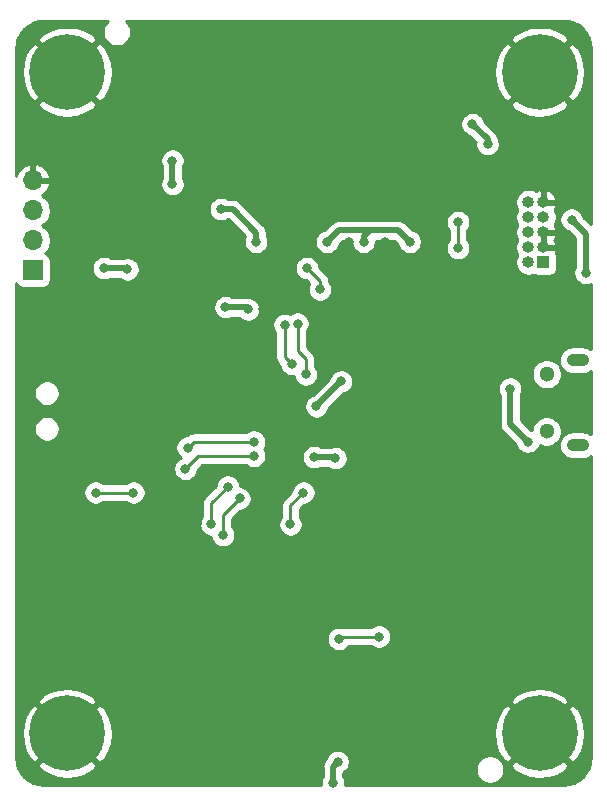
<source format=gbr>
%TF.GenerationSoftware,KiCad,Pcbnew,(5.1.7)-1*%
%TF.CreationDate,2021-03-16T10:20:49+01:00*%
%TF.ProjectId,BluePhil,426c7565-5068-4696-9c2e-6b696361645f,rev?*%
%TF.SameCoordinates,Original*%
%TF.FileFunction,Copper,L2,Bot*%
%TF.FilePolarity,Positive*%
%FSLAX46Y46*%
G04 Gerber Fmt 4.6, Leading zero omitted, Abs format (unit mm)*
G04 Created by KiCad (PCBNEW (5.1.7)-1) date 2021-03-16 10:20:49*
%MOMM*%
%LPD*%
G01*
G04 APERTURE LIST*
%TA.AperFunction,ComponentPad*%
%ADD10C,0.800000*%
%TD*%
%TA.AperFunction,ComponentPad*%
%ADD11C,6.400000*%
%TD*%
%TA.AperFunction,ComponentPad*%
%ADD12O,1.700000X1.700000*%
%TD*%
%TA.AperFunction,ComponentPad*%
%ADD13R,1.700000X1.700000*%
%TD*%
%TA.AperFunction,ComponentPad*%
%ADD14O,1.900000X1.070000*%
%TD*%
%TA.AperFunction,ComponentPad*%
%ADD15C,1.300000*%
%TD*%
%TA.AperFunction,ComponentPad*%
%ADD16O,1.000000X1.000000*%
%TD*%
%TA.AperFunction,ComponentPad*%
%ADD17R,1.000000X1.000000*%
%TD*%
%TA.AperFunction,ViaPad*%
%ADD18C,0.800000*%
%TD*%
%TA.AperFunction,Conductor*%
%ADD19C,0.500000*%
%TD*%
%TA.AperFunction,Conductor*%
%ADD20C,0.293370*%
%TD*%
%TA.AperFunction,Conductor*%
%ADD21C,0.254000*%
%TD*%
%TA.AperFunction,Conductor*%
%ADD22C,0.100000*%
%TD*%
G04 APERTURE END LIST*
D10*
%TO.P,H503,1*%
%TO.N,GND*%
X95697056Y-50302944D03*
X94000000Y-49600000D03*
X92302944Y-50302944D03*
X91600000Y-52000000D03*
X92302944Y-53697056D03*
X94000000Y-54400000D03*
X95697056Y-53697056D03*
X96400000Y-52000000D03*
D11*
X94000000Y-52000000D03*
%TD*%
D10*
%TO.P,H502,1*%
%TO.N,GND*%
X135697056Y-50302944D03*
X134000000Y-49600000D03*
X132302944Y-50302944D03*
X131600000Y-52000000D03*
X132302944Y-53697056D03*
X134000000Y-54400000D03*
X135697056Y-53697056D03*
X136400000Y-52000000D03*
D11*
X134000000Y-52000000D03*
%TD*%
D10*
%TO.P,H501,1*%
%TO.N,GND*%
X135697056Y-106302944D03*
X134000000Y-105600000D03*
X132302944Y-106302944D03*
X131600000Y-108000000D03*
X132302944Y-109697056D03*
X134000000Y-110400000D03*
X135697056Y-109697056D03*
X136400000Y-108000000D03*
D11*
X134000000Y-108000000D03*
%TD*%
D10*
%TO.P,H500,1*%
%TO.N,GND*%
X95697056Y-106302944D03*
X94000000Y-105600000D03*
X92302944Y-106302944D03*
X91600000Y-108000000D03*
X92302944Y-109697056D03*
X94000000Y-110400000D03*
X95697056Y-109697056D03*
X96400000Y-108000000D03*
D11*
X94000000Y-108000000D03*
%TD*%
D12*
%TO.P,J501,4*%
%TO.N,GND*%
X91100000Y-61180000D03*
%TO.P,J501,3*%
%TO.N,/Miscellaneous/CAN-*%
X91100000Y-63720000D03*
%TO.P,J501,2*%
%TO.N,/Miscellaneous/CAN+*%
X91100000Y-66260000D03*
D13*
%TO.P,J501,1*%
%TO.N,/Miscellaneous/3V3_CAN*%
X91100000Y-68800000D03*
%TD*%
D14*
%TO.P,J201,6*%
%TO.N,Net-(J201-Pad6)*%
X137225000Y-83600000D03*
X137225000Y-76400000D03*
D15*
X134600000Y-82425000D03*
X134600000Y-77575000D03*
%TD*%
D16*
%TO.P,J200,10*%
%TO.N,N/C*%
X133050000Y-63035000D03*
%TO.P,J200,9*%
%TO.N,GND*%
X134320000Y-63035000D03*
%TO.P,J200,8*%
%TO.N,N/C*%
X133050000Y-64305000D03*
%TO.P,J200,7*%
X134320000Y-64305000D03*
%TO.P,J200,6*%
%TO.N,/Microcontroller/CONN_SWO*%
X133050000Y-65575000D03*
%TO.P,J200,5*%
%TO.N,GND*%
X134320000Y-65575000D03*
%TO.P,J200,4*%
%TO.N,/Microcontroller/CONN_SWCLK*%
X133050000Y-66845000D03*
%TO.P,J200,3*%
%TO.N,GND*%
X134320000Y-66845000D03*
%TO.P,J200,2*%
%TO.N,/Microcontroller/CONN_SWDIO*%
X133050000Y-68115000D03*
D17*
%TO.P,J200,1*%
%TO.N,+3V3*%
X134320000Y-68115000D03*
%TD*%
D18*
%TO.N,GND*%
X124600000Y-94200000D03*
X120950000Y-73930000D03*
X111700000Y-59500000D03*
X111700000Y-56800000D03*
X103900000Y-106780000D03*
X101300000Y-105250000D03*
X101300000Y-106500000D03*
X103900000Y-105450000D03*
X101300000Y-107725000D03*
X104950000Y-90275000D03*
X121225000Y-83500000D03*
X135825000Y-78700000D03*
X133125000Y-78700000D03*
X136675000Y-66050000D03*
X134150000Y-70850000D03*
X128575000Y-66850000D03*
X128575000Y-64600000D03*
X122200000Y-59575000D03*
X125100000Y-58925000D03*
X123400000Y-58175000D03*
X122200000Y-52450000D03*
X105800000Y-52475000D03*
X105800000Y-59575000D03*
X95375000Y-78450000D03*
X119500000Y-110300000D03*
X123500000Y-110300000D03*
X122650000Y-104600000D03*
X122350000Y-102100000D03*
X116700000Y-95500000D03*
X113675000Y-96000000D03*
X134800000Y-101875000D03*
X133250000Y-101350000D03*
X133700000Y-97200000D03*
X132500000Y-92850000D03*
X129300000Y-93900000D03*
X126900000Y-87625000D03*
X131850000Y-84875000D03*
X127050000Y-83000000D03*
X102425000Y-90275000D03*
X110450000Y-95450000D03*
X101650000Y-102175000D03*
X103875000Y-102175000D03*
X104225000Y-109325000D03*
X103300000Y-111750000D03*
X103300000Y-110750000D03*
X102200000Y-110750000D03*
X102200000Y-111750000D03*
X101300000Y-109325000D03*
X104675000Y-107675000D03*
X107960000Y-108130000D03*
X120625000Y-88100000D03*
X120775000Y-86700000D03*
X109900000Y-88900000D03*
X105400000Y-81200000D03*
X107300000Y-73700000D03*
X110550000Y-72100000D03*
X94225000Y-66950000D03*
X94450000Y-62750000D03*
X95475000Y-61550000D03*
X104225000Y-66350000D03*
X108500000Y-66350000D03*
X112000000Y-66375000D03*
X120875000Y-66375000D03*
X117900000Y-66375000D03*
X114475000Y-66350000D03*
X104400000Y-77100000D03*
X103700000Y-76200000D03*
X102500000Y-76200000D03*
X101300000Y-76200000D03*
X100100000Y-76200000D03*
X99500000Y-77200000D03*
X99500000Y-78400000D03*
X99500000Y-79600000D03*
X99500000Y-80800000D03*
X100300000Y-81600000D03*
X101500000Y-81600000D03*
X102700000Y-81600000D03*
X103700000Y-81600000D03*
X129100000Y-78200000D03*
%TO.N,+5V*%
X102900000Y-61500000D03*
X102900000Y-59500000D03*
X133000000Y-83300000D03*
X131500000Y-78800000D03*
X137900000Y-69000000D03*
X136700000Y-64500000D03*
X129600000Y-58100000D03*
X128300000Y-56400000D03*
%TO.N,+3V3*%
X116700000Y-84700000D03*
X109325000Y-72100000D03*
X107000000Y-63600000D03*
X110000000Y-66375000D03*
X123000000Y-66375000D03*
X119100000Y-66375000D03*
X116000000Y-66375000D03*
X114900000Y-84600000D03*
X97100000Y-68600000D03*
X99100000Y-68700000D03*
X116500000Y-112200000D03*
X116900000Y-110400000D03*
X107400000Y-71900000D03*
X115100000Y-80300000D03*
X117200000Y-78200000D03*
%TO.N,/Microcontroller/MCU_BOOT0*%
X96400000Y-87600000D03*
X99600000Y-87600000D03*
X104000000Y-85600000D03*
X109800000Y-84500000D03*
%TO.N,MCU_I2C2_SDA*%
X120400000Y-99800000D03*
X117000000Y-100000000D03*
%TO.N,MCU_SWO*%
X127100000Y-66900000D03*
X127100000Y-64700000D03*
%TO.N,MCU_SDIO_CK*%
X115400000Y-70400000D03*
X114300000Y-68600000D03*
%TO.N,MCU_SDIO_D0*%
X113500000Y-73300000D03*
X114200000Y-77600000D03*
%TO.N,MCU_SDIO_D1*%
X112400000Y-73400000D03*
X113000000Y-76700000D03*
%TO.N,MCU_SPI1_MOSI*%
X112900000Y-90300000D03*
X114000000Y-87600000D03*
%TO.N,GPS_PPS*%
X107200000Y-91200000D03*
X108600000Y-88100000D03*
%TO.N,GPS_NRST*%
X104200000Y-83800000D03*
X109800000Y-83300000D03*
%TO.N,GPS_ONOFF*%
X106200000Y-90300000D03*
X107600000Y-87100000D03*
%TD*%
D19*
%TO.N,+5V*%
X102900000Y-61500000D02*
X102900000Y-59500000D01*
X131500000Y-81800000D02*
X131500000Y-78800000D01*
X133000000Y-83300000D02*
X131500000Y-81800000D01*
X137900000Y-65700000D02*
X136700000Y-64500000D01*
X137900000Y-69000000D02*
X137900000Y-65700000D01*
X129600000Y-57700000D02*
X128300000Y-56400000D01*
X129600000Y-58100000D02*
X129600000Y-57700000D01*
%TO.N,+3V3*%
X116600000Y-84600000D02*
X116700000Y-84700000D01*
X114900000Y-84600000D02*
X116600000Y-84600000D01*
X99000000Y-68600000D02*
X99100000Y-68700000D01*
X97100000Y-68600000D02*
X99000000Y-68600000D01*
X116500000Y-110800000D02*
X116900000Y-110400000D01*
X116500000Y-112200000D02*
X116500000Y-110800000D01*
X109125000Y-71900000D02*
X109325000Y-72100000D01*
X107400000Y-71900000D02*
X109125000Y-71900000D01*
X115100000Y-80300000D02*
X117200000Y-78200000D01*
X110000000Y-66375000D02*
X110000000Y-65600000D01*
X108000000Y-63600000D02*
X107000000Y-63600000D01*
X110000000Y-65600000D02*
X108000000Y-63600000D01*
X122025000Y-65400000D02*
X123000000Y-66375000D01*
X119600000Y-65400000D02*
X122025000Y-65400000D01*
X119100000Y-65900000D02*
X119600000Y-65400000D01*
X119100000Y-66375000D02*
X119100000Y-65900000D01*
X116000000Y-66375000D02*
X116975000Y-65400000D01*
X116975000Y-65400000D02*
X119600000Y-65400000D01*
D20*
%TO.N,/Microcontroller/MCU_BOOT0*%
X96300000Y-87600000D02*
X98700000Y-87600000D01*
X99600000Y-87600000D02*
X98700000Y-87600000D01*
X105100000Y-84500000D02*
X104000000Y-85600000D01*
X109800000Y-84500000D02*
X105100000Y-84500000D01*
%TO.N,MCU_I2C2_SDA*%
X117200000Y-99800000D02*
X117000000Y-100000000D01*
X120400000Y-99800000D02*
X117200000Y-99800000D01*
%TO.N,MCU_SWO*%
X127100000Y-66900000D02*
X127100000Y-64700000D01*
%TO.N,MCU_SDIO_CK*%
X115400000Y-69700000D02*
X114300000Y-68600000D01*
X115400000Y-70400000D02*
X115400000Y-69700000D01*
%TO.N,MCU_SDIO_D0*%
X113500000Y-73300000D02*
X113500000Y-75600000D01*
X114200000Y-76300000D02*
X114200000Y-77600000D01*
X113500000Y-75600000D02*
X114200000Y-76300000D01*
%TO.N,MCU_SDIO_D1*%
X112400000Y-76100000D02*
X112600000Y-76300000D01*
X112400000Y-73400000D02*
X112400000Y-76100000D01*
X112600000Y-76300000D02*
X113000000Y-76700000D01*
%TO.N,MCU_SPI1_MOSI*%
X112900000Y-88700000D02*
X114000000Y-87600000D01*
X112900000Y-88700000D02*
X112900000Y-90300000D01*
%TO.N,GPS_PPS*%
X107200000Y-89500000D02*
X108600000Y-88100000D01*
X107200000Y-91200000D02*
X107200000Y-89500000D01*
%TO.N,GPS_NRST*%
X104200000Y-83800000D02*
X104700000Y-83300000D01*
X104700000Y-83300000D02*
X109800000Y-83300000D01*
%TO.N,GPS_ONOFF*%
X106200000Y-88500000D02*
X107600000Y-87100000D01*
X106200000Y-90300000D02*
X106200000Y-88500000D01*
%TD*%
D21*
%TO.N,GND*%
X97259354Y-47828032D02*
X97126825Y-48026376D01*
X97035538Y-48246764D01*
X96989000Y-48480727D01*
X96989000Y-48719273D01*
X97035538Y-48953236D01*
X97126825Y-49173624D01*
X97259354Y-49371968D01*
X97428032Y-49540646D01*
X97626376Y-49673175D01*
X97846764Y-49764462D01*
X98080727Y-49811000D01*
X98319273Y-49811000D01*
X98553236Y-49764462D01*
X98773624Y-49673175D01*
X98971968Y-49540646D01*
X99140646Y-49371968D01*
X99189322Y-49299119D01*
X131478724Y-49299119D01*
X134000000Y-51820395D01*
X136521276Y-49299119D01*
X136161088Y-48809452D01*
X135497118Y-48449151D01*
X134775615Y-48225306D01*
X134024305Y-48146520D01*
X133272062Y-48215822D01*
X132547792Y-48430548D01*
X131879330Y-48782445D01*
X131838912Y-48809452D01*
X131478724Y-49299119D01*
X99189322Y-49299119D01*
X99273175Y-49173624D01*
X99364462Y-48953236D01*
X99411000Y-48719273D01*
X99411000Y-48480727D01*
X99364462Y-48246764D01*
X99273175Y-48026376D01*
X99140646Y-47828032D01*
X98972614Y-47660000D01*
X135967721Y-47660000D01*
X136453893Y-47707670D01*
X136890498Y-47839489D01*
X137293185Y-48053600D01*
X137646612Y-48341848D01*
X137937327Y-48693261D01*
X138154242Y-49094439D01*
X138289106Y-49530113D01*
X138340001Y-50014353D01*
X138340001Y-64888422D01*
X137706535Y-64254957D01*
X137695226Y-64198102D01*
X137617205Y-64009744D01*
X137503937Y-63840226D01*
X137359774Y-63696063D01*
X137190256Y-63582795D01*
X137001898Y-63504774D01*
X136801939Y-63465000D01*
X136598061Y-63465000D01*
X136398102Y-63504774D01*
X136209744Y-63582795D01*
X136040226Y-63696063D01*
X135896063Y-63840226D01*
X135782795Y-64009744D01*
X135704774Y-64198102D01*
X135665000Y-64398061D01*
X135665000Y-64601939D01*
X135704774Y-64801898D01*
X135782795Y-64990256D01*
X135896063Y-65159774D01*
X136040226Y-65303937D01*
X136209744Y-65417205D01*
X136398102Y-65495226D01*
X136454957Y-65506535D01*
X137015001Y-66066580D01*
X137015000Y-68461545D01*
X136982795Y-68509744D01*
X136904774Y-68698102D01*
X136865000Y-68898061D01*
X136865000Y-69101939D01*
X136904774Y-69301898D01*
X136982795Y-69490256D01*
X137096063Y-69659774D01*
X137240226Y-69803937D01*
X137409744Y-69917205D01*
X137598102Y-69995226D01*
X137798061Y-70035000D01*
X138001939Y-70035000D01*
X138201898Y-69995226D01*
X138340001Y-69938022D01*
X138340001Y-75460913D01*
X138293162Y-75422474D01*
X138089906Y-75313831D01*
X137869360Y-75246929D01*
X137697477Y-75230000D01*
X136752523Y-75230000D01*
X136580640Y-75246929D01*
X136360094Y-75313831D01*
X136156838Y-75422474D01*
X135978682Y-75568682D01*
X135832474Y-75746838D01*
X135723831Y-75950094D01*
X135656929Y-76170640D01*
X135634339Y-76400000D01*
X135656929Y-76629360D01*
X135723831Y-76849906D01*
X135832474Y-77053162D01*
X135978682Y-77231318D01*
X136156838Y-77377526D01*
X136360094Y-77486169D01*
X136580640Y-77553071D01*
X136752523Y-77570000D01*
X137697477Y-77570000D01*
X137869360Y-77553071D01*
X138089906Y-77486169D01*
X138293162Y-77377526D01*
X138340001Y-77339087D01*
X138340000Y-82660913D01*
X138293162Y-82622474D01*
X138089906Y-82513831D01*
X137869360Y-82446929D01*
X137697477Y-82430000D01*
X136752523Y-82430000D01*
X136580640Y-82446929D01*
X136360094Y-82513831D01*
X136156838Y-82622474D01*
X135978682Y-82768682D01*
X135832474Y-82946838D01*
X135723831Y-83150094D01*
X135656929Y-83370640D01*
X135634339Y-83600000D01*
X135656929Y-83829360D01*
X135723831Y-84049906D01*
X135832474Y-84253162D01*
X135978682Y-84431318D01*
X136156838Y-84577526D01*
X136360094Y-84686169D01*
X136580640Y-84753071D01*
X136752523Y-84770000D01*
X137697477Y-84770000D01*
X137869360Y-84753071D01*
X138089906Y-84686169D01*
X138293162Y-84577526D01*
X138340000Y-84539087D01*
X138340000Y-109967721D01*
X138292330Y-110453894D01*
X138160512Y-110890497D01*
X137946399Y-111293186D01*
X137658150Y-111646613D01*
X137306739Y-111937327D01*
X136905564Y-112154240D01*
X136469886Y-112289106D01*
X135985664Y-112340000D01*
X117527429Y-112340000D01*
X117535000Y-112301939D01*
X117535000Y-112098061D01*
X117495226Y-111898102D01*
X117417205Y-111709744D01*
X117385000Y-111661546D01*
X117385000Y-111319382D01*
X117390256Y-111317205D01*
X117559774Y-111203937D01*
X117703937Y-111059774D01*
X117790163Y-110930727D01*
X128589000Y-110930727D01*
X128589000Y-111169273D01*
X128635538Y-111403236D01*
X128726825Y-111623624D01*
X128859354Y-111821968D01*
X129028032Y-111990646D01*
X129226376Y-112123175D01*
X129446764Y-112214462D01*
X129680727Y-112261000D01*
X129919273Y-112261000D01*
X130153236Y-112214462D01*
X130373624Y-112123175D01*
X130571968Y-111990646D01*
X130740646Y-111821968D01*
X130873175Y-111623624D01*
X130964462Y-111403236D01*
X131011000Y-111169273D01*
X131011000Y-110930727D01*
X130965281Y-110700881D01*
X131478724Y-110700881D01*
X131838912Y-111190548D01*
X132502882Y-111550849D01*
X133224385Y-111774694D01*
X133975695Y-111853480D01*
X134727938Y-111784178D01*
X135452208Y-111569452D01*
X136120670Y-111217555D01*
X136161088Y-111190548D01*
X136521276Y-110700881D01*
X134000000Y-108179605D01*
X131478724Y-110700881D01*
X130965281Y-110700881D01*
X130964462Y-110696764D01*
X130873175Y-110476376D01*
X130740646Y-110278032D01*
X130571968Y-110109354D01*
X130373624Y-109976825D01*
X130153236Y-109885538D01*
X129919273Y-109839000D01*
X129680727Y-109839000D01*
X129446764Y-109885538D01*
X129226376Y-109976825D01*
X129028032Y-110109354D01*
X128859354Y-110278032D01*
X128726825Y-110476376D01*
X128635538Y-110696764D01*
X128589000Y-110930727D01*
X117790163Y-110930727D01*
X117817205Y-110890256D01*
X117895226Y-110701898D01*
X117935000Y-110501939D01*
X117935000Y-110298061D01*
X117895226Y-110098102D01*
X117817205Y-109909744D01*
X117703937Y-109740226D01*
X117559774Y-109596063D01*
X117390256Y-109482795D01*
X117201898Y-109404774D01*
X117001939Y-109365000D01*
X116798061Y-109365000D01*
X116598102Y-109404774D01*
X116409744Y-109482795D01*
X116240226Y-109596063D01*
X116096063Y-109740226D01*
X115982795Y-109909744D01*
X115904774Y-110098102D01*
X115893955Y-110152496D01*
X115871184Y-110171183D01*
X115843471Y-110204951D01*
X115843468Y-110204954D01*
X115760590Y-110305941D01*
X115678412Y-110459687D01*
X115627805Y-110626510D01*
X115610719Y-110800000D01*
X115615001Y-110843479D01*
X115615000Y-111661545D01*
X115582795Y-111709744D01*
X115504774Y-111898102D01*
X115465000Y-112098061D01*
X115465000Y-112301939D01*
X115472571Y-112340000D01*
X92032279Y-112340000D01*
X91546106Y-112292330D01*
X91109503Y-112160512D01*
X90706814Y-111946399D01*
X90353387Y-111658150D01*
X90062673Y-111306739D01*
X89845760Y-110905564D01*
X89782400Y-110700881D01*
X91478724Y-110700881D01*
X91838912Y-111190548D01*
X92502882Y-111550849D01*
X93224385Y-111774694D01*
X93975695Y-111853480D01*
X94727938Y-111784178D01*
X95452208Y-111569452D01*
X96120670Y-111217555D01*
X96161088Y-111190548D01*
X96521276Y-110700881D01*
X94000000Y-108179605D01*
X91478724Y-110700881D01*
X89782400Y-110700881D01*
X89710894Y-110469886D01*
X89660000Y-109985664D01*
X89660000Y-107975695D01*
X90146520Y-107975695D01*
X90215822Y-108727938D01*
X90430548Y-109452208D01*
X90782445Y-110120670D01*
X90809452Y-110161088D01*
X91299119Y-110521276D01*
X93820395Y-108000000D01*
X94179605Y-108000000D01*
X96700881Y-110521276D01*
X97190548Y-110161088D01*
X97550849Y-109497118D01*
X97774694Y-108775615D01*
X97853480Y-108024305D01*
X97849002Y-107975695D01*
X130146520Y-107975695D01*
X130215822Y-108727938D01*
X130430548Y-109452208D01*
X130782445Y-110120670D01*
X130809452Y-110161088D01*
X131299119Y-110521276D01*
X133820395Y-108000000D01*
X134179605Y-108000000D01*
X136700881Y-110521276D01*
X137190548Y-110161088D01*
X137550849Y-109497118D01*
X137774694Y-108775615D01*
X137853480Y-108024305D01*
X137784178Y-107272062D01*
X137569452Y-106547792D01*
X137217555Y-105879330D01*
X137190548Y-105838912D01*
X136700881Y-105478724D01*
X134179605Y-108000000D01*
X133820395Y-108000000D01*
X131299119Y-105478724D01*
X130809452Y-105838912D01*
X130449151Y-106502882D01*
X130225306Y-107224385D01*
X130146520Y-107975695D01*
X97849002Y-107975695D01*
X97784178Y-107272062D01*
X97569452Y-106547792D01*
X97217555Y-105879330D01*
X97190548Y-105838912D01*
X96700881Y-105478724D01*
X94179605Y-108000000D01*
X93820395Y-108000000D01*
X91299119Y-105478724D01*
X90809452Y-105838912D01*
X90449151Y-106502882D01*
X90225306Y-107224385D01*
X90146520Y-107975695D01*
X89660000Y-107975695D01*
X89660000Y-105299119D01*
X91478724Y-105299119D01*
X94000000Y-107820395D01*
X96521276Y-105299119D01*
X131478724Y-105299119D01*
X134000000Y-107820395D01*
X136521276Y-105299119D01*
X136161088Y-104809452D01*
X135497118Y-104449151D01*
X134775615Y-104225306D01*
X134024305Y-104146520D01*
X133272062Y-104215822D01*
X132547792Y-104430548D01*
X131879330Y-104782445D01*
X131838912Y-104809452D01*
X131478724Y-105299119D01*
X96521276Y-105299119D01*
X96161088Y-104809452D01*
X95497118Y-104449151D01*
X94775615Y-104225306D01*
X94024305Y-104146520D01*
X93272062Y-104215822D01*
X92547792Y-104430548D01*
X91879330Y-104782445D01*
X91838912Y-104809452D01*
X91478724Y-105299119D01*
X89660000Y-105299119D01*
X89660000Y-99898061D01*
X115965000Y-99898061D01*
X115965000Y-100101939D01*
X116004774Y-100301898D01*
X116082795Y-100490256D01*
X116196063Y-100659774D01*
X116340226Y-100803937D01*
X116509744Y-100917205D01*
X116698102Y-100995226D01*
X116898061Y-101035000D01*
X117101939Y-101035000D01*
X117301898Y-100995226D01*
X117490256Y-100917205D01*
X117659774Y-100803937D01*
X117803937Y-100659774D01*
X117856114Y-100581685D01*
X119717974Y-100581685D01*
X119740226Y-100603937D01*
X119909744Y-100717205D01*
X120098102Y-100795226D01*
X120298061Y-100835000D01*
X120501939Y-100835000D01*
X120701898Y-100795226D01*
X120890256Y-100717205D01*
X121059774Y-100603937D01*
X121203937Y-100459774D01*
X121317205Y-100290256D01*
X121395226Y-100101898D01*
X121435000Y-99901939D01*
X121435000Y-99698061D01*
X121395226Y-99498102D01*
X121317205Y-99309744D01*
X121203937Y-99140226D01*
X121059774Y-98996063D01*
X120890256Y-98882795D01*
X120701898Y-98804774D01*
X120501939Y-98765000D01*
X120298061Y-98765000D01*
X120098102Y-98804774D01*
X119909744Y-98882795D01*
X119740226Y-98996063D01*
X119717974Y-99018315D01*
X117334589Y-99018315D01*
X117301898Y-99004774D01*
X117101939Y-98965000D01*
X116898061Y-98965000D01*
X116698102Y-99004774D01*
X116509744Y-99082795D01*
X116340226Y-99196063D01*
X116196063Y-99340226D01*
X116082795Y-99509744D01*
X116004774Y-99698102D01*
X115965000Y-99898061D01*
X89660000Y-99898061D01*
X89660000Y-90198061D01*
X105165000Y-90198061D01*
X105165000Y-90401939D01*
X105204774Y-90601898D01*
X105282795Y-90790256D01*
X105396063Y-90959774D01*
X105540226Y-91103937D01*
X105709744Y-91217205D01*
X105898102Y-91295226D01*
X106098061Y-91335000D01*
X106171576Y-91335000D01*
X106204774Y-91501898D01*
X106282795Y-91690256D01*
X106396063Y-91859774D01*
X106540226Y-92003937D01*
X106709744Y-92117205D01*
X106898102Y-92195226D01*
X107098061Y-92235000D01*
X107301939Y-92235000D01*
X107501898Y-92195226D01*
X107690256Y-92117205D01*
X107859774Y-92003937D01*
X108003937Y-91859774D01*
X108117205Y-91690256D01*
X108195226Y-91501898D01*
X108235000Y-91301939D01*
X108235000Y-91098061D01*
X108195226Y-90898102D01*
X108117205Y-90709744D01*
X108003937Y-90540226D01*
X107981685Y-90517974D01*
X107981685Y-90198061D01*
X111865000Y-90198061D01*
X111865000Y-90401939D01*
X111904774Y-90601898D01*
X111982795Y-90790256D01*
X112096063Y-90959774D01*
X112240226Y-91103937D01*
X112409744Y-91217205D01*
X112598102Y-91295226D01*
X112798061Y-91335000D01*
X113001939Y-91335000D01*
X113201898Y-91295226D01*
X113390256Y-91217205D01*
X113559774Y-91103937D01*
X113703937Y-90959774D01*
X113817205Y-90790256D01*
X113895226Y-90601898D01*
X113935000Y-90401939D01*
X113935000Y-90198061D01*
X113895226Y-89998102D01*
X113817205Y-89809744D01*
X113703937Y-89640226D01*
X113681685Y-89617974D01*
X113681685Y-89023784D01*
X114070470Y-88635000D01*
X114101939Y-88635000D01*
X114301898Y-88595226D01*
X114490256Y-88517205D01*
X114659774Y-88403937D01*
X114803937Y-88259774D01*
X114917205Y-88090256D01*
X114995226Y-87901898D01*
X115035000Y-87701939D01*
X115035000Y-87498061D01*
X114995226Y-87298102D01*
X114917205Y-87109744D01*
X114803937Y-86940226D01*
X114659774Y-86796063D01*
X114490256Y-86682795D01*
X114301898Y-86604774D01*
X114101939Y-86565000D01*
X113898061Y-86565000D01*
X113698102Y-86604774D01*
X113509744Y-86682795D01*
X113340226Y-86796063D01*
X113196063Y-86940226D01*
X113082795Y-87109744D01*
X113004774Y-87298102D01*
X112965000Y-87498061D01*
X112965000Y-87529530D01*
X112374420Y-88120111D01*
X112344591Y-88144591D01*
X112246908Y-88263619D01*
X112174323Y-88399416D01*
X112143812Y-88500000D01*
X112138593Y-88517205D01*
X112129626Y-88546764D01*
X112118315Y-88661603D01*
X112118315Y-88661610D01*
X112114534Y-88700000D01*
X112118315Y-88738391D01*
X112118316Y-89617973D01*
X112096063Y-89640226D01*
X111982795Y-89809744D01*
X111904774Y-89998102D01*
X111865000Y-90198061D01*
X107981685Y-90198061D01*
X107981685Y-89823784D01*
X108670470Y-89135000D01*
X108701939Y-89135000D01*
X108901898Y-89095226D01*
X109090256Y-89017205D01*
X109259774Y-88903937D01*
X109403937Y-88759774D01*
X109517205Y-88590256D01*
X109595226Y-88401898D01*
X109635000Y-88201939D01*
X109635000Y-87998061D01*
X109595226Y-87798102D01*
X109517205Y-87609744D01*
X109403937Y-87440226D01*
X109259774Y-87296063D01*
X109090256Y-87182795D01*
X108901898Y-87104774D01*
X108701939Y-87065000D01*
X108635000Y-87065000D01*
X108635000Y-86998061D01*
X108595226Y-86798102D01*
X108517205Y-86609744D01*
X108403937Y-86440226D01*
X108259774Y-86296063D01*
X108090256Y-86182795D01*
X107901898Y-86104774D01*
X107701939Y-86065000D01*
X107498061Y-86065000D01*
X107298102Y-86104774D01*
X107109744Y-86182795D01*
X106940226Y-86296063D01*
X106796063Y-86440226D01*
X106682795Y-86609744D01*
X106604774Y-86798102D01*
X106565000Y-86998061D01*
X106565000Y-87029530D01*
X105674415Y-87920116D01*
X105644592Y-87944591D01*
X105546909Y-88063618D01*
X105508755Y-88135000D01*
X105474324Y-88199415D01*
X105429626Y-88346763D01*
X105414534Y-88500000D01*
X105418316Y-88538400D01*
X105418315Y-89617974D01*
X105396063Y-89640226D01*
X105282795Y-89809744D01*
X105204774Y-89998102D01*
X105165000Y-90198061D01*
X89660000Y-90198061D01*
X89660000Y-87498061D01*
X95365000Y-87498061D01*
X95365000Y-87701939D01*
X95404774Y-87901898D01*
X95482795Y-88090256D01*
X95596063Y-88259774D01*
X95740226Y-88403937D01*
X95909744Y-88517205D01*
X96098102Y-88595226D01*
X96298061Y-88635000D01*
X96501939Y-88635000D01*
X96701898Y-88595226D01*
X96890256Y-88517205D01*
X97059774Y-88403937D01*
X97082026Y-88381685D01*
X98917974Y-88381685D01*
X98940226Y-88403937D01*
X99109744Y-88517205D01*
X99298102Y-88595226D01*
X99498061Y-88635000D01*
X99701939Y-88635000D01*
X99901898Y-88595226D01*
X100090256Y-88517205D01*
X100259774Y-88403937D01*
X100403937Y-88259774D01*
X100517205Y-88090256D01*
X100595226Y-87901898D01*
X100635000Y-87701939D01*
X100635000Y-87498061D01*
X100595226Y-87298102D01*
X100517205Y-87109744D01*
X100403937Y-86940226D01*
X100259774Y-86796063D01*
X100090256Y-86682795D01*
X99901898Y-86604774D01*
X99701939Y-86565000D01*
X99498061Y-86565000D01*
X99298102Y-86604774D01*
X99109744Y-86682795D01*
X98940226Y-86796063D01*
X98917974Y-86818315D01*
X97082026Y-86818315D01*
X97059774Y-86796063D01*
X96890256Y-86682795D01*
X96701898Y-86604774D01*
X96501939Y-86565000D01*
X96298061Y-86565000D01*
X96098102Y-86604774D01*
X95909744Y-86682795D01*
X95740226Y-86796063D01*
X95596063Y-86940226D01*
X95482795Y-87109744D01*
X95404774Y-87298102D01*
X95365000Y-87498061D01*
X89660000Y-87498061D01*
X89660000Y-85498061D01*
X102965000Y-85498061D01*
X102965000Y-85701939D01*
X103004774Y-85901898D01*
X103082795Y-86090256D01*
X103196063Y-86259774D01*
X103340226Y-86403937D01*
X103509744Y-86517205D01*
X103698102Y-86595226D01*
X103898061Y-86635000D01*
X104101939Y-86635000D01*
X104301898Y-86595226D01*
X104490256Y-86517205D01*
X104659774Y-86403937D01*
X104803937Y-86259774D01*
X104917205Y-86090256D01*
X104995226Y-85901898D01*
X105035000Y-85701939D01*
X105035000Y-85670469D01*
X105423785Y-85281685D01*
X109117974Y-85281685D01*
X109140226Y-85303937D01*
X109309744Y-85417205D01*
X109498102Y-85495226D01*
X109698061Y-85535000D01*
X109901939Y-85535000D01*
X110101898Y-85495226D01*
X110290256Y-85417205D01*
X110459774Y-85303937D01*
X110603937Y-85159774D01*
X110717205Y-84990256D01*
X110795226Y-84801898D01*
X110835000Y-84601939D01*
X110835000Y-84498061D01*
X113865000Y-84498061D01*
X113865000Y-84701939D01*
X113904774Y-84901898D01*
X113982795Y-85090256D01*
X114096063Y-85259774D01*
X114240226Y-85403937D01*
X114409744Y-85517205D01*
X114598102Y-85595226D01*
X114798061Y-85635000D01*
X115001939Y-85635000D01*
X115201898Y-85595226D01*
X115390256Y-85517205D01*
X115438454Y-85485000D01*
X116021289Y-85485000D01*
X116040226Y-85503937D01*
X116209744Y-85617205D01*
X116398102Y-85695226D01*
X116598061Y-85735000D01*
X116801939Y-85735000D01*
X117001898Y-85695226D01*
X117190256Y-85617205D01*
X117359774Y-85503937D01*
X117503937Y-85359774D01*
X117617205Y-85190256D01*
X117695226Y-85001898D01*
X117735000Y-84801939D01*
X117735000Y-84598061D01*
X117695226Y-84398102D01*
X117617205Y-84209744D01*
X117503937Y-84040226D01*
X117359774Y-83896063D01*
X117190256Y-83782795D01*
X117001898Y-83704774D01*
X116801939Y-83665000D01*
X116598061Y-83665000D01*
X116398102Y-83704774D01*
X116373414Y-83715000D01*
X115438454Y-83715000D01*
X115390256Y-83682795D01*
X115201898Y-83604774D01*
X115001939Y-83565000D01*
X114798061Y-83565000D01*
X114598102Y-83604774D01*
X114409744Y-83682795D01*
X114240226Y-83796063D01*
X114096063Y-83940226D01*
X113982795Y-84109744D01*
X113904774Y-84298102D01*
X113865000Y-84498061D01*
X110835000Y-84498061D01*
X110835000Y-84398061D01*
X110795226Y-84198102D01*
X110717205Y-84009744D01*
X110643877Y-83900000D01*
X110717205Y-83790256D01*
X110795226Y-83601898D01*
X110835000Y-83401939D01*
X110835000Y-83198061D01*
X110795226Y-82998102D01*
X110717205Y-82809744D01*
X110603937Y-82640226D01*
X110459774Y-82496063D01*
X110290256Y-82382795D01*
X110101898Y-82304774D01*
X109901939Y-82265000D01*
X109698061Y-82265000D01*
X109498102Y-82304774D01*
X109309744Y-82382795D01*
X109140226Y-82496063D01*
X109117974Y-82518315D01*
X104738398Y-82518315D01*
X104700000Y-82514533D01*
X104661602Y-82518315D01*
X104546763Y-82529626D01*
X104399415Y-82574323D01*
X104263618Y-82646908D01*
X104144591Y-82744591D01*
X104127842Y-82765000D01*
X104098061Y-82765000D01*
X103898102Y-82804774D01*
X103709744Y-82882795D01*
X103540226Y-82996063D01*
X103396063Y-83140226D01*
X103282795Y-83309744D01*
X103204774Y-83498102D01*
X103165000Y-83698061D01*
X103165000Y-83901939D01*
X103204774Y-84101898D01*
X103282795Y-84290256D01*
X103396063Y-84459774D01*
X103540226Y-84603937D01*
X103601416Y-84644823D01*
X103509744Y-84682795D01*
X103340226Y-84796063D01*
X103196063Y-84940226D01*
X103082795Y-85109744D01*
X103004774Y-85298102D01*
X102965000Y-85498061D01*
X89660000Y-85498061D01*
X89660000Y-82093137D01*
X91185000Y-82093137D01*
X91185000Y-82306863D01*
X91226696Y-82516483D01*
X91308485Y-82713940D01*
X91427225Y-82891647D01*
X91578353Y-83042775D01*
X91756060Y-83161515D01*
X91953517Y-83243304D01*
X92163137Y-83285000D01*
X92376863Y-83285000D01*
X92586483Y-83243304D01*
X92783940Y-83161515D01*
X92961647Y-83042775D01*
X93112775Y-82891647D01*
X93231515Y-82713940D01*
X93313304Y-82516483D01*
X93355000Y-82306863D01*
X93355000Y-82093137D01*
X93313304Y-81883517D01*
X93231515Y-81686060D01*
X93112775Y-81508353D01*
X92961647Y-81357225D01*
X92783940Y-81238485D01*
X92586483Y-81156696D01*
X92376863Y-81115000D01*
X92163137Y-81115000D01*
X91953517Y-81156696D01*
X91756060Y-81238485D01*
X91578353Y-81357225D01*
X91427225Y-81508353D01*
X91308485Y-81686060D01*
X91226696Y-81883517D01*
X91185000Y-82093137D01*
X89660000Y-82093137D01*
X89660000Y-79093137D01*
X91185000Y-79093137D01*
X91185000Y-79306863D01*
X91226696Y-79516483D01*
X91308485Y-79713940D01*
X91427225Y-79891647D01*
X91578353Y-80042775D01*
X91756060Y-80161515D01*
X91953517Y-80243304D01*
X92163137Y-80285000D01*
X92376863Y-80285000D01*
X92586483Y-80243304D01*
X92695709Y-80198061D01*
X114065000Y-80198061D01*
X114065000Y-80401939D01*
X114104774Y-80601898D01*
X114182795Y-80790256D01*
X114296063Y-80959774D01*
X114440226Y-81103937D01*
X114609744Y-81217205D01*
X114798102Y-81295226D01*
X114998061Y-81335000D01*
X115201939Y-81335000D01*
X115401898Y-81295226D01*
X115590256Y-81217205D01*
X115759774Y-81103937D01*
X115903937Y-80959774D01*
X116017205Y-80790256D01*
X116095226Y-80601898D01*
X116106535Y-80545043D01*
X117445044Y-79206535D01*
X117501898Y-79195226D01*
X117690256Y-79117205D01*
X117859774Y-79003937D01*
X118003937Y-78859774D01*
X118111989Y-78698061D01*
X130465000Y-78698061D01*
X130465000Y-78901939D01*
X130504774Y-79101898D01*
X130582795Y-79290256D01*
X130615001Y-79338456D01*
X130615000Y-81756531D01*
X130610719Y-81800000D01*
X130615000Y-81843469D01*
X130615000Y-81843476D01*
X130627805Y-81973489D01*
X130678411Y-82140312D01*
X130760589Y-82294058D01*
X130871183Y-82428817D01*
X130904956Y-82456534D01*
X131993465Y-83545044D01*
X132004774Y-83601898D01*
X132082795Y-83790256D01*
X132196063Y-83959774D01*
X132340226Y-84103937D01*
X132509744Y-84217205D01*
X132698102Y-84295226D01*
X132898061Y-84335000D01*
X133101939Y-84335000D01*
X133301898Y-84295226D01*
X133490256Y-84217205D01*
X133659774Y-84103937D01*
X133803937Y-83959774D01*
X133917205Y-83790256D01*
X133995226Y-83601898D01*
X134001939Y-83568150D01*
X134225179Y-83660619D01*
X134473439Y-83710000D01*
X134726561Y-83710000D01*
X134974821Y-83660619D01*
X135208676Y-83563753D01*
X135419140Y-83423125D01*
X135598125Y-83244140D01*
X135738753Y-83033676D01*
X135835619Y-82799821D01*
X135885000Y-82551561D01*
X135885000Y-82298439D01*
X135835619Y-82050179D01*
X135738753Y-81816324D01*
X135598125Y-81605860D01*
X135419140Y-81426875D01*
X135208676Y-81286247D01*
X134974821Y-81189381D01*
X134726561Y-81140000D01*
X134473439Y-81140000D01*
X134225179Y-81189381D01*
X133991324Y-81286247D01*
X133780860Y-81426875D01*
X133601875Y-81605860D01*
X133461247Y-81816324D01*
X133364381Y-82050179D01*
X133315000Y-82298439D01*
X133315000Y-82310201D01*
X133301898Y-82304774D01*
X133245044Y-82293465D01*
X132385000Y-81433422D01*
X132385000Y-79338454D01*
X132417205Y-79290256D01*
X132495226Y-79101898D01*
X132535000Y-78901939D01*
X132535000Y-78698061D01*
X132495226Y-78498102D01*
X132417205Y-78309744D01*
X132303937Y-78140226D01*
X132159774Y-77996063D01*
X131990256Y-77882795D01*
X131801898Y-77804774D01*
X131601939Y-77765000D01*
X131398061Y-77765000D01*
X131198102Y-77804774D01*
X131009744Y-77882795D01*
X130840226Y-77996063D01*
X130696063Y-78140226D01*
X130582795Y-78309744D01*
X130504774Y-78498102D01*
X130465000Y-78698061D01*
X118111989Y-78698061D01*
X118117205Y-78690256D01*
X118195226Y-78501898D01*
X118235000Y-78301939D01*
X118235000Y-78098061D01*
X118195226Y-77898102D01*
X118117205Y-77709744D01*
X118003937Y-77540226D01*
X117912150Y-77448439D01*
X133315000Y-77448439D01*
X133315000Y-77701561D01*
X133364381Y-77949821D01*
X133461247Y-78183676D01*
X133601875Y-78394140D01*
X133780860Y-78573125D01*
X133991324Y-78713753D01*
X134225179Y-78810619D01*
X134473439Y-78860000D01*
X134726561Y-78860000D01*
X134974821Y-78810619D01*
X135208676Y-78713753D01*
X135419140Y-78573125D01*
X135598125Y-78394140D01*
X135738753Y-78183676D01*
X135835619Y-77949821D01*
X135885000Y-77701561D01*
X135885000Y-77448439D01*
X135835619Y-77200179D01*
X135738753Y-76966324D01*
X135598125Y-76755860D01*
X135419140Y-76576875D01*
X135208676Y-76436247D01*
X134974821Y-76339381D01*
X134726561Y-76290000D01*
X134473439Y-76290000D01*
X134225179Y-76339381D01*
X133991324Y-76436247D01*
X133780860Y-76576875D01*
X133601875Y-76755860D01*
X133461247Y-76966324D01*
X133364381Y-77200179D01*
X133315000Y-77448439D01*
X117912150Y-77448439D01*
X117859774Y-77396063D01*
X117690256Y-77282795D01*
X117501898Y-77204774D01*
X117301939Y-77165000D01*
X117098061Y-77165000D01*
X116898102Y-77204774D01*
X116709744Y-77282795D01*
X116540226Y-77396063D01*
X116396063Y-77540226D01*
X116282795Y-77709744D01*
X116204774Y-77898102D01*
X116193465Y-77954956D01*
X114854957Y-79293465D01*
X114798102Y-79304774D01*
X114609744Y-79382795D01*
X114440226Y-79496063D01*
X114296063Y-79640226D01*
X114182795Y-79809744D01*
X114104774Y-79998102D01*
X114065000Y-80198061D01*
X92695709Y-80198061D01*
X92783940Y-80161515D01*
X92961647Y-80042775D01*
X93112775Y-79891647D01*
X93231515Y-79713940D01*
X93313304Y-79516483D01*
X93355000Y-79306863D01*
X93355000Y-79093137D01*
X93313304Y-78883517D01*
X93231515Y-78686060D01*
X93112775Y-78508353D01*
X92961647Y-78357225D01*
X92783940Y-78238485D01*
X92586483Y-78156696D01*
X92376863Y-78115000D01*
X92163137Y-78115000D01*
X91953517Y-78156696D01*
X91756060Y-78238485D01*
X91578353Y-78357225D01*
X91427225Y-78508353D01*
X91308485Y-78686060D01*
X91226696Y-78883517D01*
X91185000Y-79093137D01*
X89660000Y-79093137D01*
X89660000Y-73298061D01*
X111365000Y-73298061D01*
X111365000Y-73501939D01*
X111404774Y-73701898D01*
X111482795Y-73890256D01*
X111596063Y-74059774D01*
X111618315Y-74082026D01*
X111618316Y-76061600D01*
X111614534Y-76100000D01*
X111629626Y-76253237D01*
X111669738Y-76385467D01*
X111674324Y-76400585D01*
X111746909Y-76536382D01*
X111844592Y-76655409D01*
X111874416Y-76679885D01*
X111965000Y-76770469D01*
X111965000Y-76801939D01*
X112004774Y-77001898D01*
X112082795Y-77190256D01*
X112196063Y-77359774D01*
X112340226Y-77503937D01*
X112509744Y-77617205D01*
X112698102Y-77695226D01*
X112898061Y-77735000D01*
X113101939Y-77735000D01*
X113168926Y-77721676D01*
X113204774Y-77901898D01*
X113282795Y-78090256D01*
X113396063Y-78259774D01*
X113540226Y-78403937D01*
X113709744Y-78517205D01*
X113898102Y-78595226D01*
X114098061Y-78635000D01*
X114301939Y-78635000D01*
X114501898Y-78595226D01*
X114690256Y-78517205D01*
X114859774Y-78403937D01*
X115003937Y-78259774D01*
X115117205Y-78090256D01*
X115195226Y-77901898D01*
X115235000Y-77701939D01*
X115235000Y-77498061D01*
X115195226Y-77298102D01*
X115117205Y-77109744D01*
X115003937Y-76940226D01*
X114981685Y-76917974D01*
X114981685Y-76338389D01*
X114985466Y-76299999D01*
X114981685Y-76261609D01*
X114981685Y-76261602D01*
X114970374Y-76146763D01*
X114925677Y-75999415D01*
X114853092Y-75863618D01*
X114755409Y-75744591D01*
X114725581Y-75720112D01*
X114281685Y-75276216D01*
X114281685Y-73982026D01*
X114303937Y-73959774D01*
X114417205Y-73790256D01*
X114495226Y-73601898D01*
X114535000Y-73401939D01*
X114535000Y-73198061D01*
X114495226Y-72998102D01*
X114417205Y-72809744D01*
X114303937Y-72640226D01*
X114159774Y-72496063D01*
X113990256Y-72382795D01*
X113801898Y-72304774D01*
X113601939Y-72265000D01*
X113398061Y-72265000D01*
X113198102Y-72304774D01*
X113009744Y-72382795D01*
X112871630Y-72475080D01*
X112701898Y-72404774D01*
X112501939Y-72365000D01*
X112298061Y-72365000D01*
X112098102Y-72404774D01*
X111909744Y-72482795D01*
X111740226Y-72596063D01*
X111596063Y-72740226D01*
X111482795Y-72909744D01*
X111404774Y-73098102D01*
X111365000Y-73298061D01*
X89660000Y-73298061D01*
X89660000Y-71798061D01*
X106365000Y-71798061D01*
X106365000Y-72001939D01*
X106404774Y-72201898D01*
X106482795Y-72390256D01*
X106596063Y-72559774D01*
X106740226Y-72703937D01*
X106909744Y-72817205D01*
X107098102Y-72895226D01*
X107298061Y-72935000D01*
X107501939Y-72935000D01*
X107701898Y-72895226D01*
X107890256Y-72817205D01*
X107938454Y-72785000D01*
X108546289Y-72785000D01*
X108665226Y-72903937D01*
X108834744Y-73017205D01*
X109023102Y-73095226D01*
X109223061Y-73135000D01*
X109426939Y-73135000D01*
X109626898Y-73095226D01*
X109815256Y-73017205D01*
X109984774Y-72903937D01*
X110128937Y-72759774D01*
X110242205Y-72590256D01*
X110320226Y-72401898D01*
X110360000Y-72201939D01*
X110360000Y-71998061D01*
X110320226Y-71798102D01*
X110242205Y-71609744D01*
X110128937Y-71440226D01*
X109984774Y-71296063D01*
X109815256Y-71182795D01*
X109626898Y-71104774D01*
X109426939Y-71065000D01*
X109421104Y-71065000D01*
X109298490Y-71027805D01*
X109168477Y-71015000D01*
X109168469Y-71015000D01*
X109125000Y-71010719D01*
X109081531Y-71015000D01*
X107938454Y-71015000D01*
X107890256Y-70982795D01*
X107701898Y-70904774D01*
X107501939Y-70865000D01*
X107298061Y-70865000D01*
X107098102Y-70904774D01*
X106909744Y-70982795D01*
X106740226Y-71096063D01*
X106596063Y-71240226D01*
X106482795Y-71409744D01*
X106404774Y-71598102D01*
X106365000Y-71798061D01*
X89660000Y-71798061D01*
X89660000Y-69892538D01*
X89660498Y-69894180D01*
X89719463Y-70004494D01*
X89798815Y-70101185D01*
X89895506Y-70180537D01*
X90005820Y-70239502D01*
X90125518Y-70275812D01*
X90250000Y-70288072D01*
X91950000Y-70288072D01*
X92074482Y-70275812D01*
X92194180Y-70239502D01*
X92304494Y-70180537D01*
X92401185Y-70101185D01*
X92480537Y-70004494D01*
X92539502Y-69894180D01*
X92575812Y-69774482D01*
X92588072Y-69650000D01*
X92588072Y-68498061D01*
X96065000Y-68498061D01*
X96065000Y-68701939D01*
X96104774Y-68901898D01*
X96182795Y-69090256D01*
X96296063Y-69259774D01*
X96440226Y-69403937D01*
X96609744Y-69517205D01*
X96798102Y-69595226D01*
X96998061Y-69635000D01*
X97201939Y-69635000D01*
X97401898Y-69595226D01*
X97590256Y-69517205D01*
X97638454Y-69485000D01*
X98421289Y-69485000D01*
X98440226Y-69503937D01*
X98609744Y-69617205D01*
X98798102Y-69695226D01*
X98998061Y-69735000D01*
X99201939Y-69735000D01*
X99401898Y-69695226D01*
X99590256Y-69617205D01*
X99759774Y-69503937D01*
X99903937Y-69359774D01*
X100017205Y-69190256D01*
X100095226Y-69001898D01*
X100135000Y-68801939D01*
X100135000Y-68598061D01*
X100115109Y-68498061D01*
X113265000Y-68498061D01*
X113265000Y-68701939D01*
X113304774Y-68901898D01*
X113382795Y-69090256D01*
X113496063Y-69259774D01*
X113640226Y-69403937D01*
X113809744Y-69517205D01*
X113998102Y-69595226D01*
X114198061Y-69635000D01*
X114229531Y-69635000D01*
X114491398Y-69896868D01*
X114482795Y-69909744D01*
X114404774Y-70098102D01*
X114365000Y-70298061D01*
X114365000Y-70501939D01*
X114404774Y-70701898D01*
X114482795Y-70890256D01*
X114596063Y-71059774D01*
X114740226Y-71203937D01*
X114909744Y-71317205D01*
X115098102Y-71395226D01*
X115298061Y-71435000D01*
X115501939Y-71435000D01*
X115701898Y-71395226D01*
X115890256Y-71317205D01*
X116059774Y-71203937D01*
X116203937Y-71059774D01*
X116317205Y-70890256D01*
X116395226Y-70701898D01*
X116435000Y-70501939D01*
X116435000Y-70298061D01*
X116395226Y-70098102D01*
X116317205Y-69909744D01*
X116203937Y-69740226D01*
X116183515Y-69719804D01*
X116185466Y-69700000D01*
X116181685Y-69661609D01*
X116181685Y-69661602D01*
X116170374Y-69546763D01*
X116125677Y-69399415D01*
X116053092Y-69263618D01*
X115955409Y-69144591D01*
X115925585Y-69120115D01*
X115335000Y-68529531D01*
X115335000Y-68498061D01*
X115295226Y-68298102D01*
X115217205Y-68109744D01*
X115103937Y-67940226D01*
X114959774Y-67796063D01*
X114790256Y-67682795D01*
X114601898Y-67604774D01*
X114401939Y-67565000D01*
X114198061Y-67565000D01*
X113998102Y-67604774D01*
X113809744Y-67682795D01*
X113640226Y-67796063D01*
X113496063Y-67940226D01*
X113382795Y-68109744D01*
X113304774Y-68298102D01*
X113265000Y-68498061D01*
X100115109Y-68498061D01*
X100095226Y-68398102D01*
X100017205Y-68209744D01*
X99903937Y-68040226D01*
X99759774Y-67896063D01*
X99590256Y-67782795D01*
X99401898Y-67704774D01*
X99201939Y-67665000D01*
X98998061Y-67665000D01*
X98798102Y-67704774D01*
X98773414Y-67715000D01*
X97638454Y-67715000D01*
X97590256Y-67682795D01*
X97401898Y-67604774D01*
X97201939Y-67565000D01*
X96998061Y-67565000D01*
X96798102Y-67604774D01*
X96609744Y-67682795D01*
X96440226Y-67796063D01*
X96296063Y-67940226D01*
X96182795Y-68109744D01*
X96104774Y-68298102D01*
X96065000Y-68498061D01*
X92588072Y-68498061D01*
X92588072Y-67950000D01*
X92575812Y-67825518D01*
X92539502Y-67705820D01*
X92480537Y-67595506D01*
X92401185Y-67498815D01*
X92304494Y-67419463D01*
X92194180Y-67360498D01*
X92121620Y-67338487D01*
X92253475Y-67206632D01*
X92415990Y-66963411D01*
X92527932Y-66693158D01*
X92585000Y-66406260D01*
X92585000Y-66113740D01*
X92527932Y-65826842D01*
X92415990Y-65556589D01*
X92253475Y-65313368D01*
X92046632Y-65106525D01*
X91872240Y-64990000D01*
X92046632Y-64873475D01*
X92253475Y-64666632D01*
X92415990Y-64423411D01*
X92527932Y-64153158D01*
X92585000Y-63866260D01*
X92585000Y-63573740D01*
X92569947Y-63498061D01*
X105965000Y-63498061D01*
X105965000Y-63701939D01*
X106004774Y-63901898D01*
X106082795Y-64090256D01*
X106196063Y-64259774D01*
X106340226Y-64403937D01*
X106509744Y-64517205D01*
X106698102Y-64595226D01*
X106898061Y-64635000D01*
X107101939Y-64635000D01*
X107301898Y-64595226D01*
X107490256Y-64517205D01*
X107538454Y-64485000D01*
X107633422Y-64485000D01*
X109068259Y-65919838D01*
X109004774Y-66073102D01*
X108965000Y-66273061D01*
X108965000Y-66476939D01*
X109004774Y-66676898D01*
X109082795Y-66865256D01*
X109196063Y-67034774D01*
X109340226Y-67178937D01*
X109509744Y-67292205D01*
X109698102Y-67370226D01*
X109898061Y-67410000D01*
X110101939Y-67410000D01*
X110301898Y-67370226D01*
X110490256Y-67292205D01*
X110659774Y-67178937D01*
X110803937Y-67034774D01*
X110917205Y-66865256D01*
X110995226Y-66676898D01*
X111035000Y-66476939D01*
X111035000Y-66273061D01*
X114965000Y-66273061D01*
X114965000Y-66476939D01*
X115004774Y-66676898D01*
X115082795Y-66865256D01*
X115196063Y-67034774D01*
X115340226Y-67178937D01*
X115509744Y-67292205D01*
X115698102Y-67370226D01*
X115898061Y-67410000D01*
X116101939Y-67410000D01*
X116301898Y-67370226D01*
X116490256Y-67292205D01*
X116659774Y-67178937D01*
X116803937Y-67034774D01*
X116917205Y-66865256D01*
X116995226Y-66676898D01*
X117006535Y-66620043D01*
X117341579Y-66285000D01*
X118065000Y-66285000D01*
X118065000Y-66476939D01*
X118104774Y-66676898D01*
X118182795Y-66865256D01*
X118296063Y-67034774D01*
X118440226Y-67178937D01*
X118609744Y-67292205D01*
X118798102Y-67370226D01*
X118998061Y-67410000D01*
X119201939Y-67410000D01*
X119401898Y-67370226D01*
X119590256Y-67292205D01*
X119759774Y-67178937D01*
X119903937Y-67034774D01*
X120017205Y-66865256D01*
X120095226Y-66676898D01*
X120135000Y-66476939D01*
X120135000Y-66285000D01*
X121658422Y-66285000D01*
X121993465Y-66620044D01*
X122004774Y-66676898D01*
X122082795Y-66865256D01*
X122196063Y-67034774D01*
X122340226Y-67178937D01*
X122509744Y-67292205D01*
X122698102Y-67370226D01*
X122898061Y-67410000D01*
X123101939Y-67410000D01*
X123301898Y-67370226D01*
X123490256Y-67292205D01*
X123659774Y-67178937D01*
X123803937Y-67034774D01*
X123917205Y-66865256D01*
X123995226Y-66676898D01*
X124035000Y-66476939D01*
X124035000Y-66273061D01*
X123995226Y-66073102D01*
X123917205Y-65884744D01*
X123803937Y-65715226D01*
X123659774Y-65571063D01*
X123490256Y-65457795D01*
X123301898Y-65379774D01*
X123245044Y-65368465D01*
X122681534Y-64804956D01*
X122653817Y-64771183D01*
X122519059Y-64660589D01*
X122402076Y-64598061D01*
X126065000Y-64598061D01*
X126065000Y-64801939D01*
X126104774Y-65001898D01*
X126182795Y-65190256D01*
X126296063Y-65359774D01*
X126318316Y-65382027D01*
X126318315Y-66217974D01*
X126296063Y-66240226D01*
X126182795Y-66409744D01*
X126104774Y-66598102D01*
X126065000Y-66798061D01*
X126065000Y-67001939D01*
X126104774Y-67201898D01*
X126182795Y-67390256D01*
X126296063Y-67559774D01*
X126440226Y-67703937D01*
X126609744Y-67817205D01*
X126798102Y-67895226D01*
X126998061Y-67935000D01*
X127201939Y-67935000D01*
X127401898Y-67895226D01*
X127590256Y-67817205D01*
X127759774Y-67703937D01*
X127903937Y-67559774D01*
X128017205Y-67390256D01*
X128095226Y-67201898D01*
X128135000Y-67001939D01*
X128135000Y-66798061D01*
X128095226Y-66598102D01*
X128017205Y-66409744D01*
X127903937Y-66240226D01*
X127881685Y-66217974D01*
X127881685Y-65382026D01*
X127903937Y-65359774D01*
X128017205Y-65190256D01*
X128095226Y-65001898D01*
X128135000Y-64801939D01*
X128135000Y-64598061D01*
X128095226Y-64398102D01*
X128017205Y-64209744D01*
X127903937Y-64040226D01*
X127759774Y-63896063D01*
X127590256Y-63782795D01*
X127401898Y-63704774D01*
X127201939Y-63665000D01*
X126998061Y-63665000D01*
X126798102Y-63704774D01*
X126609744Y-63782795D01*
X126440226Y-63896063D01*
X126296063Y-64040226D01*
X126182795Y-64209744D01*
X126104774Y-64398102D01*
X126065000Y-64598061D01*
X122402076Y-64598061D01*
X122365313Y-64578411D01*
X122198490Y-64527805D01*
X122068477Y-64515000D01*
X122068469Y-64515000D01*
X122025000Y-64510719D01*
X121981531Y-64515000D01*
X119643469Y-64515000D01*
X119600000Y-64510719D01*
X119556531Y-64515000D01*
X117018465Y-64515000D01*
X116974999Y-64510719D01*
X116931533Y-64515000D01*
X116931523Y-64515000D01*
X116801510Y-64527805D01*
X116634687Y-64578411D01*
X116480941Y-64660589D01*
X116480939Y-64660590D01*
X116480940Y-64660590D01*
X116379953Y-64743468D01*
X116379951Y-64743470D01*
X116346183Y-64771183D01*
X116318470Y-64804951D01*
X115754957Y-65368465D01*
X115698102Y-65379774D01*
X115509744Y-65457795D01*
X115340226Y-65571063D01*
X115196063Y-65715226D01*
X115082795Y-65884744D01*
X115004774Y-66073102D01*
X114965000Y-66273061D01*
X111035000Y-66273061D01*
X110995226Y-66073102D01*
X110917205Y-65884744D01*
X110885000Y-65836546D01*
X110885000Y-65643465D01*
X110889281Y-65599999D01*
X110885000Y-65556533D01*
X110885000Y-65556523D01*
X110872195Y-65426510D01*
X110821589Y-65259687D01*
X110739411Y-65105941D01*
X110628817Y-64971183D01*
X110595049Y-64943470D01*
X108656534Y-63004956D01*
X108628817Y-62971183D01*
X108570365Y-62923212D01*
X131915000Y-62923212D01*
X131915000Y-63146788D01*
X131958617Y-63366067D01*
X132044176Y-63572624D01*
X132109241Y-63670000D01*
X132044176Y-63767376D01*
X131958617Y-63973933D01*
X131915000Y-64193212D01*
X131915000Y-64416788D01*
X131958617Y-64636067D01*
X132044176Y-64842624D01*
X132109241Y-64940000D01*
X132044176Y-65037376D01*
X131958617Y-65243933D01*
X131915000Y-65463212D01*
X131915000Y-65686788D01*
X131958617Y-65906067D01*
X132044176Y-66112624D01*
X132109241Y-66210000D01*
X132044176Y-66307376D01*
X131958617Y-66513933D01*
X131915000Y-66733212D01*
X131915000Y-66956788D01*
X131958617Y-67176067D01*
X132044176Y-67382624D01*
X132109241Y-67480000D01*
X132044176Y-67577376D01*
X131958617Y-67783933D01*
X131915000Y-68003212D01*
X131915000Y-68226788D01*
X131958617Y-68446067D01*
X132044176Y-68652624D01*
X132168388Y-68838520D01*
X132326480Y-68996612D01*
X132512376Y-69120824D01*
X132718933Y-69206383D01*
X132938212Y-69250000D01*
X133161788Y-69250000D01*
X133381067Y-69206383D01*
X133492774Y-69160112D01*
X133575820Y-69204502D01*
X133695518Y-69240812D01*
X133820000Y-69253072D01*
X134820000Y-69253072D01*
X134944482Y-69240812D01*
X135064180Y-69204502D01*
X135174494Y-69145537D01*
X135271185Y-69066185D01*
X135350537Y-68969494D01*
X135409502Y-68859180D01*
X135445812Y-68739482D01*
X135458072Y-68615000D01*
X135458072Y-67615000D01*
X135445812Y-67490518D01*
X135409502Y-67370820D01*
X135361930Y-67281820D01*
X135397446Y-67201864D01*
X135414119Y-67146874D01*
X135287954Y-66972000D01*
X134447000Y-66972000D01*
X134447000Y-66976928D01*
X134193000Y-66976928D01*
X134193000Y-66972000D01*
X134181974Y-66972000D01*
X134185000Y-66956788D01*
X134185000Y-66733212D01*
X134181974Y-66718000D01*
X134193000Y-66718000D01*
X134193000Y-65702000D01*
X134447000Y-65702000D01*
X134447000Y-66718000D01*
X135287954Y-66718000D01*
X135414119Y-66543126D01*
X135397446Y-66488136D01*
X135307123Y-66284794D01*
X135254361Y-66210000D01*
X135307123Y-66135206D01*
X135397446Y-65931864D01*
X135414119Y-65876874D01*
X135287954Y-65702000D01*
X134447000Y-65702000D01*
X134193000Y-65702000D01*
X134181974Y-65702000D01*
X134185000Y-65686788D01*
X134185000Y-65463212D01*
X134181974Y-65448000D01*
X134193000Y-65448000D01*
X134193000Y-65436974D01*
X134208212Y-65440000D01*
X134431788Y-65440000D01*
X134447000Y-65436974D01*
X134447000Y-65448000D01*
X135287954Y-65448000D01*
X135414119Y-65273126D01*
X135397446Y-65218136D01*
X135307123Y-65014794D01*
X135257647Y-64944658D01*
X135325824Y-64842624D01*
X135411383Y-64636067D01*
X135455000Y-64416788D01*
X135455000Y-64193212D01*
X135411383Y-63973933D01*
X135325824Y-63767376D01*
X135257647Y-63665342D01*
X135307123Y-63595206D01*
X135397446Y-63391864D01*
X135414119Y-63336874D01*
X135287954Y-63162000D01*
X134447000Y-63162000D01*
X134447000Y-63173026D01*
X134431788Y-63170000D01*
X134208212Y-63170000D01*
X134193000Y-63173026D01*
X134193000Y-63162000D01*
X134181974Y-63162000D01*
X134185000Y-63146788D01*
X134185000Y-62923212D01*
X134181974Y-62908000D01*
X134193000Y-62908000D01*
X134193000Y-62065871D01*
X134447000Y-62065871D01*
X134447000Y-62908000D01*
X135287954Y-62908000D01*
X135414119Y-62733126D01*
X135397446Y-62678136D01*
X135307123Y-62474794D01*
X135178865Y-62292980D01*
X135017601Y-62139682D01*
X134829529Y-62020790D01*
X134621876Y-61940874D01*
X134447000Y-62065871D01*
X134193000Y-62065871D01*
X134018124Y-61940874D01*
X133810471Y-62020790D01*
X133689512Y-62097256D01*
X133587624Y-62029176D01*
X133381067Y-61943617D01*
X133161788Y-61900000D01*
X132938212Y-61900000D01*
X132718933Y-61943617D01*
X132512376Y-62029176D01*
X132326480Y-62153388D01*
X132168388Y-62311480D01*
X132044176Y-62497376D01*
X131958617Y-62703933D01*
X131915000Y-62923212D01*
X108570365Y-62923212D01*
X108494059Y-62860589D01*
X108340313Y-62778411D01*
X108173490Y-62727805D01*
X108043477Y-62715000D01*
X108043469Y-62715000D01*
X108000000Y-62710719D01*
X107956531Y-62715000D01*
X107538454Y-62715000D01*
X107490256Y-62682795D01*
X107301898Y-62604774D01*
X107101939Y-62565000D01*
X106898061Y-62565000D01*
X106698102Y-62604774D01*
X106509744Y-62682795D01*
X106340226Y-62796063D01*
X106196063Y-62940226D01*
X106082795Y-63109744D01*
X106004774Y-63298102D01*
X105965000Y-63498061D01*
X92569947Y-63498061D01*
X92527932Y-63286842D01*
X92415990Y-63016589D01*
X92253475Y-62773368D01*
X92046632Y-62566525D01*
X91864466Y-62444805D01*
X91981355Y-62375178D01*
X92197588Y-62180269D01*
X92371641Y-61946920D01*
X92496825Y-61684099D01*
X92541476Y-61536890D01*
X92420155Y-61307000D01*
X91227000Y-61307000D01*
X91227000Y-61327000D01*
X90973000Y-61327000D01*
X90973000Y-61307000D01*
X90953000Y-61307000D01*
X90953000Y-61053000D01*
X90973000Y-61053000D01*
X90973000Y-59859186D01*
X91227000Y-59859186D01*
X91227000Y-61053000D01*
X92420155Y-61053000D01*
X92541476Y-60823110D01*
X92496825Y-60675901D01*
X92371641Y-60413080D01*
X92197588Y-60179731D01*
X91981355Y-59984822D01*
X91731252Y-59835843D01*
X91456891Y-59738519D01*
X91227000Y-59859186D01*
X90973000Y-59859186D01*
X90743109Y-59738519D01*
X90468748Y-59835843D01*
X90218645Y-59984822D01*
X90002412Y-60179731D01*
X89828359Y-60413080D01*
X89703175Y-60675901D01*
X89660000Y-60818244D01*
X89660000Y-59398061D01*
X101865000Y-59398061D01*
X101865000Y-59601939D01*
X101904774Y-59801898D01*
X101982795Y-59990256D01*
X102015001Y-60038455D01*
X102015000Y-60961545D01*
X101982795Y-61009744D01*
X101904774Y-61198102D01*
X101865000Y-61398061D01*
X101865000Y-61601939D01*
X101904774Y-61801898D01*
X101982795Y-61990256D01*
X102096063Y-62159774D01*
X102240226Y-62303937D01*
X102409744Y-62417205D01*
X102598102Y-62495226D01*
X102798061Y-62535000D01*
X103001939Y-62535000D01*
X103201898Y-62495226D01*
X103390256Y-62417205D01*
X103559774Y-62303937D01*
X103703937Y-62159774D01*
X103817205Y-61990256D01*
X103895226Y-61801898D01*
X103935000Y-61601939D01*
X103935000Y-61398061D01*
X103895226Y-61198102D01*
X103817205Y-61009744D01*
X103785000Y-60961546D01*
X103785000Y-60038454D01*
X103817205Y-59990256D01*
X103895226Y-59801898D01*
X103935000Y-59601939D01*
X103935000Y-59398061D01*
X103895226Y-59198102D01*
X103817205Y-59009744D01*
X103703937Y-58840226D01*
X103559774Y-58696063D01*
X103390256Y-58582795D01*
X103201898Y-58504774D01*
X103001939Y-58465000D01*
X102798061Y-58465000D01*
X102598102Y-58504774D01*
X102409744Y-58582795D01*
X102240226Y-58696063D01*
X102096063Y-58840226D01*
X101982795Y-59009744D01*
X101904774Y-59198102D01*
X101865000Y-59398061D01*
X89660000Y-59398061D01*
X89660000Y-56298061D01*
X127265000Y-56298061D01*
X127265000Y-56501939D01*
X127304774Y-56701898D01*
X127382795Y-56890256D01*
X127496063Y-57059774D01*
X127640226Y-57203937D01*
X127809744Y-57317205D01*
X127998102Y-57395226D01*
X128054957Y-57406535D01*
X128578519Y-57930097D01*
X128565000Y-57998061D01*
X128565000Y-58201939D01*
X128604774Y-58401898D01*
X128682795Y-58590256D01*
X128796063Y-58759774D01*
X128940226Y-58903937D01*
X129109744Y-59017205D01*
X129298102Y-59095226D01*
X129498061Y-59135000D01*
X129701939Y-59135000D01*
X129901898Y-59095226D01*
X130090256Y-59017205D01*
X130259774Y-58903937D01*
X130403937Y-58759774D01*
X130517205Y-58590256D01*
X130595226Y-58401898D01*
X130635000Y-58201939D01*
X130635000Y-57998061D01*
X130595226Y-57798102D01*
X130517205Y-57609744D01*
X130474028Y-57545126D01*
X130472195Y-57526510D01*
X130421589Y-57359687D01*
X130421589Y-57359686D01*
X130339411Y-57205941D01*
X130256532Y-57104953D01*
X130256530Y-57104951D01*
X130228817Y-57071183D01*
X130195049Y-57043470D01*
X129306535Y-56154957D01*
X129295226Y-56098102D01*
X129217205Y-55909744D01*
X129103937Y-55740226D01*
X128959774Y-55596063D01*
X128790256Y-55482795D01*
X128601898Y-55404774D01*
X128401939Y-55365000D01*
X128198061Y-55365000D01*
X127998102Y-55404774D01*
X127809744Y-55482795D01*
X127640226Y-55596063D01*
X127496063Y-55740226D01*
X127382795Y-55909744D01*
X127304774Y-56098102D01*
X127265000Y-56298061D01*
X89660000Y-56298061D01*
X89660000Y-54700881D01*
X91478724Y-54700881D01*
X91838912Y-55190548D01*
X92502882Y-55550849D01*
X93224385Y-55774694D01*
X93975695Y-55853480D01*
X94727938Y-55784178D01*
X95452208Y-55569452D01*
X96120670Y-55217555D01*
X96161088Y-55190548D01*
X96521276Y-54700881D01*
X131478724Y-54700881D01*
X131838912Y-55190548D01*
X132502882Y-55550849D01*
X133224385Y-55774694D01*
X133975695Y-55853480D01*
X134727938Y-55784178D01*
X135452208Y-55569452D01*
X136120670Y-55217555D01*
X136161088Y-55190548D01*
X136521276Y-54700881D01*
X134000000Y-52179605D01*
X131478724Y-54700881D01*
X96521276Y-54700881D01*
X94000000Y-52179605D01*
X91478724Y-54700881D01*
X89660000Y-54700881D01*
X89660000Y-51975695D01*
X90146520Y-51975695D01*
X90215822Y-52727938D01*
X90430548Y-53452208D01*
X90782445Y-54120670D01*
X90809452Y-54161088D01*
X91299119Y-54521276D01*
X93820395Y-52000000D01*
X94179605Y-52000000D01*
X96700881Y-54521276D01*
X97190548Y-54161088D01*
X97550849Y-53497118D01*
X97774694Y-52775615D01*
X97853480Y-52024305D01*
X97849002Y-51975695D01*
X130146520Y-51975695D01*
X130215822Y-52727938D01*
X130430548Y-53452208D01*
X130782445Y-54120670D01*
X130809452Y-54161088D01*
X131299119Y-54521276D01*
X133820395Y-52000000D01*
X134179605Y-52000000D01*
X136700881Y-54521276D01*
X137190548Y-54161088D01*
X137550849Y-53497118D01*
X137774694Y-52775615D01*
X137853480Y-52024305D01*
X137784178Y-51272062D01*
X137569452Y-50547792D01*
X137217555Y-49879330D01*
X137190548Y-49838912D01*
X136700881Y-49478724D01*
X134179605Y-52000000D01*
X133820395Y-52000000D01*
X131299119Y-49478724D01*
X130809452Y-49838912D01*
X130449151Y-50502882D01*
X130225306Y-51224385D01*
X130146520Y-51975695D01*
X97849002Y-51975695D01*
X97784178Y-51272062D01*
X97569452Y-50547792D01*
X97217555Y-49879330D01*
X97190548Y-49838912D01*
X96700881Y-49478724D01*
X94179605Y-52000000D01*
X93820395Y-52000000D01*
X91299119Y-49478724D01*
X90809452Y-49838912D01*
X90449151Y-50502882D01*
X90225306Y-51224385D01*
X90146520Y-51975695D01*
X89660000Y-51975695D01*
X89660000Y-50032279D01*
X89707670Y-49546107D01*
X89782240Y-49299119D01*
X91478724Y-49299119D01*
X94000000Y-51820395D01*
X96521276Y-49299119D01*
X96161088Y-48809452D01*
X95497118Y-48449151D01*
X94775615Y-48225306D01*
X94024305Y-48146520D01*
X93272062Y-48215822D01*
X92547792Y-48430548D01*
X91879330Y-48782445D01*
X91838912Y-48809452D01*
X91478724Y-49299119D01*
X89782240Y-49299119D01*
X89839489Y-49109502D01*
X90053600Y-48706815D01*
X90341848Y-48353388D01*
X90693261Y-48062673D01*
X91094439Y-47845758D01*
X91530113Y-47710894D01*
X92014344Y-47660000D01*
X97427386Y-47660000D01*
X97259354Y-47828032D01*
%TA.AperFunction,Conductor*%
D22*
G36*
X97259354Y-47828032D02*
G01*
X97126825Y-48026376D01*
X97035538Y-48246764D01*
X96989000Y-48480727D01*
X96989000Y-48719273D01*
X97035538Y-48953236D01*
X97126825Y-49173624D01*
X97259354Y-49371968D01*
X97428032Y-49540646D01*
X97626376Y-49673175D01*
X97846764Y-49764462D01*
X98080727Y-49811000D01*
X98319273Y-49811000D01*
X98553236Y-49764462D01*
X98773624Y-49673175D01*
X98971968Y-49540646D01*
X99140646Y-49371968D01*
X99189322Y-49299119D01*
X131478724Y-49299119D01*
X134000000Y-51820395D01*
X136521276Y-49299119D01*
X136161088Y-48809452D01*
X135497118Y-48449151D01*
X134775615Y-48225306D01*
X134024305Y-48146520D01*
X133272062Y-48215822D01*
X132547792Y-48430548D01*
X131879330Y-48782445D01*
X131838912Y-48809452D01*
X131478724Y-49299119D01*
X99189322Y-49299119D01*
X99273175Y-49173624D01*
X99364462Y-48953236D01*
X99411000Y-48719273D01*
X99411000Y-48480727D01*
X99364462Y-48246764D01*
X99273175Y-48026376D01*
X99140646Y-47828032D01*
X98972614Y-47660000D01*
X135967721Y-47660000D01*
X136453893Y-47707670D01*
X136890498Y-47839489D01*
X137293185Y-48053600D01*
X137646612Y-48341848D01*
X137937327Y-48693261D01*
X138154242Y-49094439D01*
X138289106Y-49530113D01*
X138340001Y-50014353D01*
X138340001Y-64888422D01*
X137706535Y-64254957D01*
X137695226Y-64198102D01*
X137617205Y-64009744D01*
X137503937Y-63840226D01*
X137359774Y-63696063D01*
X137190256Y-63582795D01*
X137001898Y-63504774D01*
X136801939Y-63465000D01*
X136598061Y-63465000D01*
X136398102Y-63504774D01*
X136209744Y-63582795D01*
X136040226Y-63696063D01*
X135896063Y-63840226D01*
X135782795Y-64009744D01*
X135704774Y-64198102D01*
X135665000Y-64398061D01*
X135665000Y-64601939D01*
X135704774Y-64801898D01*
X135782795Y-64990256D01*
X135896063Y-65159774D01*
X136040226Y-65303937D01*
X136209744Y-65417205D01*
X136398102Y-65495226D01*
X136454957Y-65506535D01*
X137015001Y-66066580D01*
X137015000Y-68461545D01*
X136982795Y-68509744D01*
X136904774Y-68698102D01*
X136865000Y-68898061D01*
X136865000Y-69101939D01*
X136904774Y-69301898D01*
X136982795Y-69490256D01*
X137096063Y-69659774D01*
X137240226Y-69803937D01*
X137409744Y-69917205D01*
X137598102Y-69995226D01*
X137798061Y-70035000D01*
X138001939Y-70035000D01*
X138201898Y-69995226D01*
X138340001Y-69938022D01*
X138340001Y-75460913D01*
X138293162Y-75422474D01*
X138089906Y-75313831D01*
X137869360Y-75246929D01*
X137697477Y-75230000D01*
X136752523Y-75230000D01*
X136580640Y-75246929D01*
X136360094Y-75313831D01*
X136156838Y-75422474D01*
X135978682Y-75568682D01*
X135832474Y-75746838D01*
X135723831Y-75950094D01*
X135656929Y-76170640D01*
X135634339Y-76400000D01*
X135656929Y-76629360D01*
X135723831Y-76849906D01*
X135832474Y-77053162D01*
X135978682Y-77231318D01*
X136156838Y-77377526D01*
X136360094Y-77486169D01*
X136580640Y-77553071D01*
X136752523Y-77570000D01*
X137697477Y-77570000D01*
X137869360Y-77553071D01*
X138089906Y-77486169D01*
X138293162Y-77377526D01*
X138340001Y-77339087D01*
X138340000Y-82660913D01*
X138293162Y-82622474D01*
X138089906Y-82513831D01*
X137869360Y-82446929D01*
X137697477Y-82430000D01*
X136752523Y-82430000D01*
X136580640Y-82446929D01*
X136360094Y-82513831D01*
X136156838Y-82622474D01*
X135978682Y-82768682D01*
X135832474Y-82946838D01*
X135723831Y-83150094D01*
X135656929Y-83370640D01*
X135634339Y-83600000D01*
X135656929Y-83829360D01*
X135723831Y-84049906D01*
X135832474Y-84253162D01*
X135978682Y-84431318D01*
X136156838Y-84577526D01*
X136360094Y-84686169D01*
X136580640Y-84753071D01*
X136752523Y-84770000D01*
X137697477Y-84770000D01*
X137869360Y-84753071D01*
X138089906Y-84686169D01*
X138293162Y-84577526D01*
X138340000Y-84539087D01*
X138340000Y-109967721D01*
X138292330Y-110453894D01*
X138160512Y-110890497D01*
X137946399Y-111293186D01*
X137658150Y-111646613D01*
X137306739Y-111937327D01*
X136905564Y-112154240D01*
X136469886Y-112289106D01*
X135985664Y-112340000D01*
X117527429Y-112340000D01*
X117535000Y-112301939D01*
X117535000Y-112098061D01*
X117495226Y-111898102D01*
X117417205Y-111709744D01*
X117385000Y-111661546D01*
X117385000Y-111319382D01*
X117390256Y-111317205D01*
X117559774Y-111203937D01*
X117703937Y-111059774D01*
X117790163Y-110930727D01*
X128589000Y-110930727D01*
X128589000Y-111169273D01*
X128635538Y-111403236D01*
X128726825Y-111623624D01*
X128859354Y-111821968D01*
X129028032Y-111990646D01*
X129226376Y-112123175D01*
X129446764Y-112214462D01*
X129680727Y-112261000D01*
X129919273Y-112261000D01*
X130153236Y-112214462D01*
X130373624Y-112123175D01*
X130571968Y-111990646D01*
X130740646Y-111821968D01*
X130873175Y-111623624D01*
X130964462Y-111403236D01*
X131011000Y-111169273D01*
X131011000Y-110930727D01*
X130965281Y-110700881D01*
X131478724Y-110700881D01*
X131838912Y-111190548D01*
X132502882Y-111550849D01*
X133224385Y-111774694D01*
X133975695Y-111853480D01*
X134727938Y-111784178D01*
X135452208Y-111569452D01*
X136120670Y-111217555D01*
X136161088Y-111190548D01*
X136521276Y-110700881D01*
X134000000Y-108179605D01*
X131478724Y-110700881D01*
X130965281Y-110700881D01*
X130964462Y-110696764D01*
X130873175Y-110476376D01*
X130740646Y-110278032D01*
X130571968Y-110109354D01*
X130373624Y-109976825D01*
X130153236Y-109885538D01*
X129919273Y-109839000D01*
X129680727Y-109839000D01*
X129446764Y-109885538D01*
X129226376Y-109976825D01*
X129028032Y-110109354D01*
X128859354Y-110278032D01*
X128726825Y-110476376D01*
X128635538Y-110696764D01*
X128589000Y-110930727D01*
X117790163Y-110930727D01*
X117817205Y-110890256D01*
X117895226Y-110701898D01*
X117935000Y-110501939D01*
X117935000Y-110298061D01*
X117895226Y-110098102D01*
X117817205Y-109909744D01*
X117703937Y-109740226D01*
X117559774Y-109596063D01*
X117390256Y-109482795D01*
X117201898Y-109404774D01*
X117001939Y-109365000D01*
X116798061Y-109365000D01*
X116598102Y-109404774D01*
X116409744Y-109482795D01*
X116240226Y-109596063D01*
X116096063Y-109740226D01*
X115982795Y-109909744D01*
X115904774Y-110098102D01*
X115893955Y-110152496D01*
X115871184Y-110171183D01*
X115843471Y-110204951D01*
X115843468Y-110204954D01*
X115760590Y-110305941D01*
X115678412Y-110459687D01*
X115627805Y-110626510D01*
X115610719Y-110800000D01*
X115615001Y-110843479D01*
X115615000Y-111661545D01*
X115582795Y-111709744D01*
X115504774Y-111898102D01*
X115465000Y-112098061D01*
X115465000Y-112301939D01*
X115472571Y-112340000D01*
X92032279Y-112340000D01*
X91546106Y-112292330D01*
X91109503Y-112160512D01*
X90706814Y-111946399D01*
X90353387Y-111658150D01*
X90062673Y-111306739D01*
X89845760Y-110905564D01*
X89782400Y-110700881D01*
X91478724Y-110700881D01*
X91838912Y-111190548D01*
X92502882Y-111550849D01*
X93224385Y-111774694D01*
X93975695Y-111853480D01*
X94727938Y-111784178D01*
X95452208Y-111569452D01*
X96120670Y-111217555D01*
X96161088Y-111190548D01*
X96521276Y-110700881D01*
X94000000Y-108179605D01*
X91478724Y-110700881D01*
X89782400Y-110700881D01*
X89710894Y-110469886D01*
X89660000Y-109985664D01*
X89660000Y-107975695D01*
X90146520Y-107975695D01*
X90215822Y-108727938D01*
X90430548Y-109452208D01*
X90782445Y-110120670D01*
X90809452Y-110161088D01*
X91299119Y-110521276D01*
X93820395Y-108000000D01*
X94179605Y-108000000D01*
X96700881Y-110521276D01*
X97190548Y-110161088D01*
X97550849Y-109497118D01*
X97774694Y-108775615D01*
X97853480Y-108024305D01*
X97849002Y-107975695D01*
X130146520Y-107975695D01*
X130215822Y-108727938D01*
X130430548Y-109452208D01*
X130782445Y-110120670D01*
X130809452Y-110161088D01*
X131299119Y-110521276D01*
X133820395Y-108000000D01*
X134179605Y-108000000D01*
X136700881Y-110521276D01*
X137190548Y-110161088D01*
X137550849Y-109497118D01*
X137774694Y-108775615D01*
X137853480Y-108024305D01*
X137784178Y-107272062D01*
X137569452Y-106547792D01*
X137217555Y-105879330D01*
X137190548Y-105838912D01*
X136700881Y-105478724D01*
X134179605Y-108000000D01*
X133820395Y-108000000D01*
X131299119Y-105478724D01*
X130809452Y-105838912D01*
X130449151Y-106502882D01*
X130225306Y-107224385D01*
X130146520Y-107975695D01*
X97849002Y-107975695D01*
X97784178Y-107272062D01*
X97569452Y-106547792D01*
X97217555Y-105879330D01*
X97190548Y-105838912D01*
X96700881Y-105478724D01*
X94179605Y-108000000D01*
X93820395Y-108000000D01*
X91299119Y-105478724D01*
X90809452Y-105838912D01*
X90449151Y-106502882D01*
X90225306Y-107224385D01*
X90146520Y-107975695D01*
X89660000Y-107975695D01*
X89660000Y-105299119D01*
X91478724Y-105299119D01*
X94000000Y-107820395D01*
X96521276Y-105299119D01*
X131478724Y-105299119D01*
X134000000Y-107820395D01*
X136521276Y-105299119D01*
X136161088Y-104809452D01*
X135497118Y-104449151D01*
X134775615Y-104225306D01*
X134024305Y-104146520D01*
X133272062Y-104215822D01*
X132547792Y-104430548D01*
X131879330Y-104782445D01*
X131838912Y-104809452D01*
X131478724Y-105299119D01*
X96521276Y-105299119D01*
X96161088Y-104809452D01*
X95497118Y-104449151D01*
X94775615Y-104225306D01*
X94024305Y-104146520D01*
X93272062Y-104215822D01*
X92547792Y-104430548D01*
X91879330Y-104782445D01*
X91838912Y-104809452D01*
X91478724Y-105299119D01*
X89660000Y-105299119D01*
X89660000Y-99898061D01*
X115965000Y-99898061D01*
X115965000Y-100101939D01*
X116004774Y-100301898D01*
X116082795Y-100490256D01*
X116196063Y-100659774D01*
X116340226Y-100803937D01*
X116509744Y-100917205D01*
X116698102Y-100995226D01*
X116898061Y-101035000D01*
X117101939Y-101035000D01*
X117301898Y-100995226D01*
X117490256Y-100917205D01*
X117659774Y-100803937D01*
X117803937Y-100659774D01*
X117856114Y-100581685D01*
X119717974Y-100581685D01*
X119740226Y-100603937D01*
X119909744Y-100717205D01*
X120098102Y-100795226D01*
X120298061Y-100835000D01*
X120501939Y-100835000D01*
X120701898Y-100795226D01*
X120890256Y-100717205D01*
X121059774Y-100603937D01*
X121203937Y-100459774D01*
X121317205Y-100290256D01*
X121395226Y-100101898D01*
X121435000Y-99901939D01*
X121435000Y-99698061D01*
X121395226Y-99498102D01*
X121317205Y-99309744D01*
X121203937Y-99140226D01*
X121059774Y-98996063D01*
X120890256Y-98882795D01*
X120701898Y-98804774D01*
X120501939Y-98765000D01*
X120298061Y-98765000D01*
X120098102Y-98804774D01*
X119909744Y-98882795D01*
X119740226Y-98996063D01*
X119717974Y-99018315D01*
X117334589Y-99018315D01*
X117301898Y-99004774D01*
X117101939Y-98965000D01*
X116898061Y-98965000D01*
X116698102Y-99004774D01*
X116509744Y-99082795D01*
X116340226Y-99196063D01*
X116196063Y-99340226D01*
X116082795Y-99509744D01*
X116004774Y-99698102D01*
X115965000Y-99898061D01*
X89660000Y-99898061D01*
X89660000Y-90198061D01*
X105165000Y-90198061D01*
X105165000Y-90401939D01*
X105204774Y-90601898D01*
X105282795Y-90790256D01*
X105396063Y-90959774D01*
X105540226Y-91103937D01*
X105709744Y-91217205D01*
X105898102Y-91295226D01*
X106098061Y-91335000D01*
X106171576Y-91335000D01*
X106204774Y-91501898D01*
X106282795Y-91690256D01*
X106396063Y-91859774D01*
X106540226Y-92003937D01*
X106709744Y-92117205D01*
X106898102Y-92195226D01*
X107098061Y-92235000D01*
X107301939Y-92235000D01*
X107501898Y-92195226D01*
X107690256Y-92117205D01*
X107859774Y-92003937D01*
X108003937Y-91859774D01*
X108117205Y-91690256D01*
X108195226Y-91501898D01*
X108235000Y-91301939D01*
X108235000Y-91098061D01*
X108195226Y-90898102D01*
X108117205Y-90709744D01*
X108003937Y-90540226D01*
X107981685Y-90517974D01*
X107981685Y-90198061D01*
X111865000Y-90198061D01*
X111865000Y-90401939D01*
X111904774Y-90601898D01*
X111982795Y-90790256D01*
X112096063Y-90959774D01*
X112240226Y-91103937D01*
X112409744Y-91217205D01*
X112598102Y-91295226D01*
X112798061Y-91335000D01*
X113001939Y-91335000D01*
X113201898Y-91295226D01*
X113390256Y-91217205D01*
X113559774Y-91103937D01*
X113703937Y-90959774D01*
X113817205Y-90790256D01*
X113895226Y-90601898D01*
X113935000Y-90401939D01*
X113935000Y-90198061D01*
X113895226Y-89998102D01*
X113817205Y-89809744D01*
X113703937Y-89640226D01*
X113681685Y-89617974D01*
X113681685Y-89023784D01*
X114070470Y-88635000D01*
X114101939Y-88635000D01*
X114301898Y-88595226D01*
X114490256Y-88517205D01*
X114659774Y-88403937D01*
X114803937Y-88259774D01*
X114917205Y-88090256D01*
X114995226Y-87901898D01*
X115035000Y-87701939D01*
X115035000Y-87498061D01*
X114995226Y-87298102D01*
X114917205Y-87109744D01*
X114803937Y-86940226D01*
X114659774Y-86796063D01*
X114490256Y-86682795D01*
X114301898Y-86604774D01*
X114101939Y-86565000D01*
X113898061Y-86565000D01*
X113698102Y-86604774D01*
X113509744Y-86682795D01*
X113340226Y-86796063D01*
X113196063Y-86940226D01*
X113082795Y-87109744D01*
X113004774Y-87298102D01*
X112965000Y-87498061D01*
X112965000Y-87529530D01*
X112374420Y-88120111D01*
X112344591Y-88144591D01*
X112246908Y-88263619D01*
X112174323Y-88399416D01*
X112143812Y-88500000D01*
X112138593Y-88517205D01*
X112129626Y-88546764D01*
X112118315Y-88661603D01*
X112118315Y-88661610D01*
X112114534Y-88700000D01*
X112118315Y-88738391D01*
X112118316Y-89617973D01*
X112096063Y-89640226D01*
X111982795Y-89809744D01*
X111904774Y-89998102D01*
X111865000Y-90198061D01*
X107981685Y-90198061D01*
X107981685Y-89823784D01*
X108670470Y-89135000D01*
X108701939Y-89135000D01*
X108901898Y-89095226D01*
X109090256Y-89017205D01*
X109259774Y-88903937D01*
X109403937Y-88759774D01*
X109517205Y-88590256D01*
X109595226Y-88401898D01*
X109635000Y-88201939D01*
X109635000Y-87998061D01*
X109595226Y-87798102D01*
X109517205Y-87609744D01*
X109403937Y-87440226D01*
X109259774Y-87296063D01*
X109090256Y-87182795D01*
X108901898Y-87104774D01*
X108701939Y-87065000D01*
X108635000Y-87065000D01*
X108635000Y-86998061D01*
X108595226Y-86798102D01*
X108517205Y-86609744D01*
X108403937Y-86440226D01*
X108259774Y-86296063D01*
X108090256Y-86182795D01*
X107901898Y-86104774D01*
X107701939Y-86065000D01*
X107498061Y-86065000D01*
X107298102Y-86104774D01*
X107109744Y-86182795D01*
X106940226Y-86296063D01*
X106796063Y-86440226D01*
X106682795Y-86609744D01*
X106604774Y-86798102D01*
X106565000Y-86998061D01*
X106565000Y-87029530D01*
X105674415Y-87920116D01*
X105644592Y-87944591D01*
X105546909Y-88063618D01*
X105508755Y-88135000D01*
X105474324Y-88199415D01*
X105429626Y-88346763D01*
X105414534Y-88500000D01*
X105418316Y-88538400D01*
X105418315Y-89617974D01*
X105396063Y-89640226D01*
X105282795Y-89809744D01*
X105204774Y-89998102D01*
X105165000Y-90198061D01*
X89660000Y-90198061D01*
X89660000Y-87498061D01*
X95365000Y-87498061D01*
X95365000Y-87701939D01*
X95404774Y-87901898D01*
X95482795Y-88090256D01*
X95596063Y-88259774D01*
X95740226Y-88403937D01*
X95909744Y-88517205D01*
X96098102Y-88595226D01*
X96298061Y-88635000D01*
X96501939Y-88635000D01*
X96701898Y-88595226D01*
X96890256Y-88517205D01*
X97059774Y-88403937D01*
X97082026Y-88381685D01*
X98917974Y-88381685D01*
X98940226Y-88403937D01*
X99109744Y-88517205D01*
X99298102Y-88595226D01*
X99498061Y-88635000D01*
X99701939Y-88635000D01*
X99901898Y-88595226D01*
X100090256Y-88517205D01*
X100259774Y-88403937D01*
X100403937Y-88259774D01*
X100517205Y-88090256D01*
X100595226Y-87901898D01*
X100635000Y-87701939D01*
X100635000Y-87498061D01*
X100595226Y-87298102D01*
X100517205Y-87109744D01*
X100403937Y-86940226D01*
X100259774Y-86796063D01*
X100090256Y-86682795D01*
X99901898Y-86604774D01*
X99701939Y-86565000D01*
X99498061Y-86565000D01*
X99298102Y-86604774D01*
X99109744Y-86682795D01*
X98940226Y-86796063D01*
X98917974Y-86818315D01*
X97082026Y-86818315D01*
X97059774Y-86796063D01*
X96890256Y-86682795D01*
X96701898Y-86604774D01*
X96501939Y-86565000D01*
X96298061Y-86565000D01*
X96098102Y-86604774D01*
X95909744Y-86682795D01*
X95740226Y-86796063D01*
X95596063Y-86940226D01*
X95482795Y-87109744D01*
X95404774Y-87298102D01*
X95365000Y-87498061D01*
X89660000Y-87498061D01*
X89660000Y-85498061D01*
X102965000Y-85498061D01*
X102965000Y-85701939D01*
X103004774Y-85901898D01*
X103082795Y-86090256D01*
X103196063Y-86259774D01*
X103340226Y-86403937D01*
X103509744Y-86517205D01*
X103698102Y-86595226D01*
X103898061Y-86635000D01*
X104101939Y-86635000D01*
X104301898Y-86595226D01*
X104490256Y-86517205D01*
X104659774Y-86403937D01*
X104803937Y-86259774D01*
X104917205Y-86090256D01*
X104995226Y-85901898D01*
X105035000Y-85701939D01*
X105035000Y-85670469D01*
X105423785Y-85281685D01*
X109117974Y-85281685D01*
X109140226Y-85303937D01*
X109309744Y-85417205D01*
X109498102Y-85495226D01*
X109698061Y-85535000D01*
X109901939Y-85535000D01*
X110101898Y-85495226D01*
X110290256Y-85417205D01*
X110459774Y-85303937D01*
X110603937Y-85159774D01*
X110717205Y-84990256D01*
X110795226Y-84801898D01*
X110835000Y-84601939D01*
X110835000Y-84498061D01*
X113865000Y-84498061D01*
X113865000Y-84701939D01*
X113904774Y-84901898D01*
X113982795Y-85090256D01*
X114096063Y-85259774D01*
X114240226Y-85403937D01*
X114409744Y-85517205D01*
X114598102Y-85595226D01*
X114798061Y-85635000D01*
X115001939Y-85635000D01*
X115201898Y-85595226D01*
X115390256Y-85517205D01*
X115438454Y-85485000D01*
X116021289Y-85485000D01*
X116040226Y-85503937D01*
X116209744Y-85617205D01*
X116398102Y-85695226D01*
X116598061Y-85735000D01*
X116801939Y-85735000D01*
X117001898Y-85695226D01*
X117190256Y-85617205D01*
X117359774Y-85503937D01*
X117503937Y-85359774D01*
X117617205Y-85190256D01*
X117695226Y-85001898D01*
X117735000Y-84801939D01*
X117735000Y-84598061D01*
X117695226Y-84398102D01*
X117617205Y-84209744D01*
X117503937Y-84040226D01*
X117359774Y-83896063D01*
X117190256Y-83782795D01*
X117001898Y-83704774D01*
X116801939Y-83665000D01*
X116598061Y-83665000D01*
X116398102Y-83704774D01*
X116373414Y-83715000D01*
X115438454Y-83715000D01*
X115390256Y-83682795D01*
X115201898Y-83604774D01*
X115001939Y-83565000D01*
X114798061Y-83565000D01*
X114598102Y-83604774D01*
X114409744Y-83682795D01*
X114240226Y-83796063D01*
X114096063Y-83940226D01*
X113982795Y-84109744D01*
X113904774Y-84298102D01*
X113865000Y-84498061D01*
X110835000Y-84498061D01*
X110835000Y-84398061D01*
X110795226Y-84198102D01*
X110717205Y-84009744D01*
X110643877Y-83900000D01*
X110717205Y-83790256D01*
X110795226Y-83601898D01*
X110835000Y-83401939D01*
X110835000Y-83198061D01*
X110795226Y-82998102D01*
X110717205Y-82809744D01*
X110603937Y-82640226D01*
X110459774Y-82496063D01*
X110290256Y-82382795D01*
X110101898Y-82304774D01*
X109901939Y-82265000D01*
X109698061Y-82265000D01*
X109498102Y-82304774D01*
X109309744Y-82382795D01*
X109140226Y-82496063D01*
X109117974Y-82518315D01*
X104738398Y-82518315D01*
X104700000Y-82514533D01*
X104661602Y-82518315D01*
X104546763Y-82529626D01*
X104399415Y-82574323D01*
X104263618Y-82646908D01*
X104144591Y-82744591D01*
X104127842Y-82765000D01*
X104098061Y-82765000D01*
X103898102Y-82804774D01*
X103709744Y-82882795D01*
X103540226Y-82996063D01*
X103396063Y-83140226D01*
X103282795Y-83309744D01*
X103204774Y-83498102D01*
X103165000Y-83698061D01*
X103165000Y-83901939D01*
X103204774Y-84101898D01*
X103282795Y-84290256D01*
X103396063Y-84459774D01*
X103540226Y-84603937D01*
X103601416Y-84644823D01*
X103509744Y-84682795D01*
X103340226Y-84796063D01*
X103196063Y-84940226D01*
X103082795Y-85109744D01*
X103004774Y-85298102D01*
X102965000Y-85498061D01*
X89660000Y-85498061D01*
X89660000Y-82093137D01*
X91185000Y-82093137D01*
X91185000Y-82306863D01*
X91226696Y-82516483D01*
X91308485Y-82713940D01*
X91427225Y-82891647D01*
X91578353Y-83042775D01*
X91756060Y-83161515D01*
X91953517Y-83243304D01*
X92163137Y-83285000D01*
X92376863Y-83285000D01*
X92586483Y-83243304D01*
X92783940Y-83161515D01*
X92961647Y-83042775D01*
X93112775Y-82891647D01*
X93231515Y-82713940D01*
X93313304Y-82516483D01*
X93355000Y-82306863D01*
X93355000Y-82093137D01*
X93313304Y-81883517D01*
X93231515Y-81686060D01*
X93112775Y-81508353D01*
X92961647Y-81357225D01*
X92783940Y-81238485D01*
X92586483Y-81156696D01*
X92376863Y-81115000D01*
X92163137Y-81115000D01*
X91953517Y-81156696D01*
X91756060Y-81238485D01*
X91578353Y-81357225D01*
X91427225Y-81508353D01*
X91308485Y-81686060D01*
X91226696Y-81883517D01*
X91185000Y-82093137D01*
X89660000Y-82093137D01*
X89660000Y-79093137D01*
X91185000Y-79093137D01*
X91185000Y-79306863D01*
X91226696Y-79516483D01*
X91308485Y-79713940D01*
X91427225Y-79891647D01*
X91578353Y-80042775D01*
X91756060Y-80161515D01*
X91953517Y-80243304D01*
X92163137Y-80285000D01*
X92376863Y-80285000D01*
X92586483Y-80243304D01*
X92695709Y-80198061D01*
X114065000Y-80198061D01*
X114065000Y-80401939D01*
X114104774Y-80601898D01*
X114182795Y-80790256D01*
X114296063Y-80959774D01*
X114440226Y-81103937D01*
X114609744Y-81217205D01*
X114798102Y-81295226D01*
X114998061Y-81335000D01*
X115201939Y-81335000D01*
X115401898Y-81295226D01*
X115590256Y-81217205D01*
X115759774Y-81103937D01*
X115903937Y-80959774D01*
X116017205Y-80790256D01*
X116095226Y-80601898D01*
X116106535Y-80545043D01*
X117445044Y-79206535D01*
X117501898Y-79195226D01*
X117690256Y-79117205D01*
X117859774Y-79003937D01*
X118003937Y-78859774D01*
X118111989Y-78698061D01*
X130465000Y-78698061D01*
X130465000Y-78901939D01*
X130504774Y-79101898D01*
X130582795Y-79290256D01*
X130615001Y-79338456D01*
X130615000Y-81756531D01*
X130610719Y-81800000D01*
X130615000Y-81843469D01*
X130615000Y-81843476D01*
X130627805Y-81973489D01*
X130678411Y-82140312D01*
X130760589Y-82294058D01*
X130871183Y-82428817D01*
X130904956Y-82456534D01*
X131993465Y-83545044D01*
X132004774Y-83601898D01*
X132082795Y-83790256D01*
X132196063Y-83959774D01*
X132340226Y-84103937D01*
X132509744Y-84217205D01*
X132698102Y-84295226D01*
X132898061Y-84335000D01*
X133101939Y-84335000D01*
X133301898Y-84295226D01*
X133490256Y-84217205D01*
X133659774Y-84103937D01*
X133803937Y-83959774D01*
X133917205Y-83790256D01*
X133995226Y-83601898D01*
X134001939Y-83568150D01*
X134225179Y-83660619D01*
X134473439Y-83710000D01*
X134726561Y-83710000D01*
X134974821Y-83660619D01*
X135208676Y-83563753D01*
X135419140Y-83423125D01*
X135598125Y-83244140D01*
X135738753Y-83033676D01*
X135835619Y-82799821D01*
X135885000Y-82551561D01*
X135885000Y-82298439D01*
X135835619Y-82050179D01*
X135738753Y-81816324D01*
X135598125Y-81605860D01*
X135419140Y-81426875D01*
X135208676Y-81286247D01*
X134974821Y-81189381D01*
X134726561Y-81140000D01*
X134473439Y-81140000D01*
X134225179Y-81189381D01*
X133991324Y-81286247D01*
X133780860Y-81426875D01*
X133601875Y-81605860D01*
X133461247Y-81816324D01*
X133364381Y-82050179D01*
X133315000Y-82298439D01*
X133315000Y-82310201D01*
X133301898Y-82304774D01*
X133245044Y-82293465D01*
X132385000Y-81433422D01*
X132385000Y-79338454D01*
X132417205Y-79290256D01*
X132495226Y-79101898D01*
X132535000Y-78901939D01*
X132535000Y-78698061D01*
X132495226Y-78498102D01*
X132417205Y-78309744D01*
X132303937Y-78140226D01*
X132159774Y-77996063D01*
X131990256Y-77882795D01*
X131801898Y-77804774D01*
X131601939Y-77765000D01*
X131398061Y-77765000D01*
X131198102Y-77804774D01*
X131009744Y-77882795D01*
X130840226Y-77996063D01*
X130696063Y-78140226D01*
X130582795Y-78309744D01*
X130504774Y-78498102D01*
X130465000Y-78698061D01*
X118111989Y-78698061D01*
X118117205Y-78690256D01*
X118195226Y-78501898D01*
X118235000Y-78301939D01*
X118235000Y-78098061D01*
X118195226Y-77898102D01*
X118117205Y-77709744D01*
X118003937Y-77540226D01*
X117912150Y-77448439D01*
X133315000Y-77448439D01*
X133315000Y-77701561D01*
X133364381Y-77949821D01*
X133461247Y-78183676D01*
X133601875Y-78394140D01*
X133780860Y-78573125D01*
X133991324Y-78713753D01*
X134225179Y-78810619D01*
X134473439Y-78860000D01*
X134726561Y-78860000D01*
X134974821Y-78810619D01*
X135208676Y-78713753D01*
X135419140Y-78573125D01*
X135598125Y-78394140D01*
X135738753Y-78183676D01*
X135835619Y-77949821D01*
X135885000Y-77701561D01*
X135885000Y-77448439D01*
X135835619Y-77200179D01*
X135738753Y-76966324D01*
X135598125Y-76755860D01*
X135419140Y-76576875D01*
X135208676Y-76436247D01*
X134974821Y-76339381D01*
X134726561Y-76290000D01*
X134473439Y-76290000D01*
X134225179Y-76339381D01*
X133991324Y-76436247D01*
X133780860Y-76576875D01*
X133601875Y-76755860D01*
X133461247Y-76966324D01*
X133364381Y-77200179D01*
X133315000Y-77448439D01*
X117912150Y-77448439D01*
X117859774Y-77396063D01*
X117690256Y-77282795D01*
X117501898Y-77204774D01*
X117301939Y-77165000D01*
X117098061Y-77165000D01*
X116898102Y-77204774D01*
X116709744Y-77282795D01*
X116540226Y-77396063D01*
X116396063Y-77540226D01*
X116282795Y-77709744D01*
X116204774Y-77898102D01*
X116193465Y-77954956D01*
X114854957Y-79293465D01*
X114798102Y-79304774D01*
X114609744Y-79382795D01*
X114440226Y-79496063D01*
X114296063Y-79640226D01*
X114182795Y-79809744D01*
X114104774Y-79998102D01*
X114065000Y-80198061D01*
X92695709Y-80198061D01*
X92783940Y-80161515D01*
X92961647Y-80042775D01*
X93112775Y-79891647D01*
X93231515Y-79713940D01*
X93313304Y-79516483D01*
X93355000Y-79306863D01*
X93355000Y-79093137D01*
X93313304Y-78883517D01*
X93231515Y-78686060D01*
X93112775Y-78508353D01*
X92961647Y-78357225D01*
X92783940Y-78238485D01*
X92586483Y-78156696D01*
X92376863Y-78115000D01*
X92163137Y-78115000D01*
X91953517Y-78156696D01*
X91756060Y-78238485D01*
X91578353Y-78357225D01*
X91427225Y-78508353D01*
X91308485Y-78686060D01*
X91226696Y-78883517D01*
X91185000Y-79093137D01*
X89660000Y-79093137D01*
X89660000Y-73298061D01*
X111365000Y-73298061D01*
X111365000Y-73501939D01*
X111404774Y-73701898D01*
X111482795Y-73890256D01*
X111596063Y-74059774D01*
X111618315Y-74082026D01*
X111618316Y-76061600D01*
X111614534Y-76100000D01*
X111629626Y-76253237D01*
X111669738Y-76385467D01*
X111674324Y-76400585D01*
X111746909Y-76536382D01*
X111844592Y-76655409D01*
X111874416Y-76679885D01*
X111965000Y-76770469D01*
X111965000Y-76801939D01*
X112004774Y-77001898D01*
X112082795Y-77190256D01*
X112196063Y-77359774D01*
X112340226Y-77503937D01*
X112509744Y-77617205D01*
X112698102Y-77695226D01*
X112898061Y-77735000D01*
X113101939Y-77735000D01*
X113168926Y-77721676D01*
X113204774Y-77901898D01*
X113282795Y-78090256D01*
X113396063Y-78259774D01*
X113540226Y-78403937D01*
X113709744Y-78517205D01*
X113898102Y-78595226D01*
X114098061Y-78635000D01*
X114301939Y-78635000D01*
X114501898Y-78595226D01*
X114690256Y-78517205D01*
X114859774Y-78403937D01*
X115003937Y-78259774D01*
X115117205Y-78090256D01*
X115195226Y-77901898D01*
X115235000Y-77701939D01*
X115235000Y-77498061D01*
X115195226Y-77298102D01*
X115117205Y-77109744D01*
X115003937Y-76940226D01*
X114981685Y-76917974D01*
X114981685Y-76338389D01*
X114985466Y-76299999D01*
X114981685Y-76261609D01*
X114981685Y-76261602D01*
X114970374Y-76146763D01*
X114925677Y-75999415D01*
X114853092Y-75863618D01*
X114755409Y-75744591D01*
X114725581Y-75720112D01*
X114281685Y-75276216D01*
X114281685Y-73982026D01*
X114303937Y-73959774D01*
X114417205Y-73790256D01*
X114495226Y-73601898D01*
X114535000Y-73401939D01*
X114535000Y-73198061D01*
X114495226Y-72998102D01*
X114417205Y-72809744D01*
X114303937Y-72640226D01*
X114159774Y-72496063D01*
X113990256Y-72382795D01*
X113801898Y-72304774D01*
X113601939Y-72265000D01*
X113398061Y-72265000D01*
X113198102Y-72304774D01*
X113009744Y-72382795D01*
X112871630Y-72475080D01*
X112701898Y-72404774D01*
X112501939Y-72365000D01*
X112298061Y-72365000D01*
X112098102Y-72404774D01*
X111909744Y-72482795D01*
X111740226Y-72596063D01*
X111596063Y-72740226D01*
X111482795Y-72909744D01*
X111404774Y-73098102D01*
X111365000Y-73298061D01*
X89660000Y-73298061D01*
X89660000Y-71798061D01*
X106365000Y-71798061D01*
X106365000Y-72001939D01*
X106404774Y-72201898D01*
X106482795Y-72390256D01*
X106596063Y-72559774D01*
X106740226Y-72703937D01*
X106909744Y-72817205D01*
X107098102Y-72895226D01*
X107298061Y-72935000D01*
X107501939Y-72935000D01*
X107701898Y-72895226D01*
X107890256Y-72817205D01*
X107938454Y-72785000D01*
X108546289Y-72785000D01*
X108665226Y-72903937D01*
X108834744Y-73017205D01*
X109023102Y-73095226D01*
X109223061Y-73135000D01*
X109426939Y-73135000D01*
X109626898Y-73095226D01*
X109815256Y-73017205D01*
X109984774Y-72903937D01*
X110128937Y-72759774D01*
X110242205Y-72590256D01*
X110320226Y-72401898D01*
X110360000Y-72201939D01*
X110360000Y-71998061D01*
X110320226Y-71798102D01*
X110242205Y-71609744D01*
X110128937Y-71440226D01*
X109984774Y-71296063D01*
X109815256Y-71182795D01*
X109626898Y-71104774D01*
X109426939Y-71065000D01*
X109421104Y-71065000D01*
X109298490Y-71027805D01*
X109168477Y-71015000D01*
X109168469Y-71015000D01*
X109125000Y-71010719D01*
X109081531Y-71015000D01*
X107938454Y-71015000D01*
X107890256Y-70982795D01*
X107701898Y-70904774D01*
X107501939Y-70865000D01*
X107298061Y-70865000D01*
X107098102Y-70904774D01*
X106909744Y-70982795D01*
X106740226Y-71096063D01*
X106596063Y-71240226D01*
X106482795Y-71409744D01*
X106404774Y-71598102D01*
X106365000Y-71798061D01*
X89660000Y-71798061D01*
X89660000Y-69892538D01*
X89660498Y-69894180D01*
X89719463Y-70004494D01*
X89798815Y-70101185D01*
X89895506Y-70180537D01*
X90005820Y-70239502D01*
X90125518Y-70275812D01*
X90250000Y-70288072D01*
X91950000Y-70288072D01*
X92074482Y-70275812D01*
X92194180Y-70239502D01*
X92304494Y-70180537D01*
X92401185Y-70101185D01*
X92480537Y-70004494D01*
X92539502Y-69894180D01*
X92575812Y-69774482D01*
X92588072Y-69650000D01*
X92588072Y-68498061D01*
X96065000Y-68498061D01*
X96065000Y-68701939D01*
X96104774Y-68901898D01*
X96182795Y-69090256D01*
X96296063Y-69259774D01*
X96440226Y-69403937D01*
X96609744Y-69517205D01*
X96798102Y-69595226D01*
X96998061Y-69635000D01*
X97201939Y-69635000D01*
X97401898Y-69595226D01*
X97590256Y-69517205D01*
X97638454Y-69485000D01*
X98421289Y-69485000D01*
X98440226Y-69503937D01*
X98609744Y-69617205D01*
X98798102Y-69695226D01*
X98998061Y-69735000D01*
X99201939Y-69735000D01*
X99401898Y-69695226D01*
X99590256Y-69617205D01*
X99759774Y-69503937D01*
X99903937Y-69359774D01*
X100017205Y-69190256D01*
X100095226Y-69001898D01*
X100135000Y-68801939D01*
X100135000Y-68598061D01*
X100115109Y-68498061D01*
X113265000Y-68498061D01*
X113265000Y-68701939D01*
X113304774Y-68901898D01*
X113382795Y-69090256D01*
X113496063Y-69259774D01*
X113640226Y-69403937D01*
X113809744Y-69517205D01*
X113998102Y-69595226D01*
X114198061Y-69635000D01*
X114229531Y-69635000D01*
X114491398Y-69896868D01*
X114482795Y-69909744D01*
X114404774Y-70098102D01*
X114365000Y-70298061D01*
X114365000Y-70501939D01*
X114404774Y-70701898D01*
X114482795Y-70890256D01*
X114596063Y-71059774D01*
X114740226Y-71203937D01*
X114909744Y-71317205D01*
X115098102Y-71395226D01*
X115298061Y-71435000D01*
X115501939Y-71435000D01*
X115701898Y-71395226D01*
X115890256Y-71317205D01*
X116059774Y-71203937D01*
X116203937Y-71059774D01*
X116317205Y-70890256D01*
X116395226Y-70701898D01*
X116435000Y-70501939D01*
X116435000Y-70298061D01*
X116395226Y-70098102D01*
X116317205Y-69909744D01*
X116203937Y-69740226D01*
X116183515Y-69719804D01*
X116185466Y-69700000D01*
X116181685Y-69661609D01*
X116181685Y-69661602D01*
X116170374Y-69546763D01*
X116125677Y-69399415D01*
X116053092Y-69263618D01*
X115955409Y-69144591D01*
X115925585Y-69120115D01*
X115335000Y-68529531D01*
X115335000Y-68498061D01*
X115295226Y-68298102D01*
X115217205Y-68109744D01*
X115103937Y-67940226D01*
X114959774Y-67796063D01*
X114790256Y-67682795D01*
X114601898Y-67604774D01*
X114401939Y-67565000D01*
X114198061Y-67565000D01*
X113998102Y-67604774D01*
X113809744Y-67682795D01*
X113640226Y-67796063D01*
X113496063Y-67940226D01*
X113382795Y-68109744D01*
X113304774Y-68298102D01*
X113265000Y-68498061D01*
X100115109Y-68498061D01*
X100095226Y-68398102D01*
X100017205Y-68209744D01*
X99903937Y-68040226D01*
X99759774Y-67896063D01*
X99590256Y-67782795D01*
X99401898Y-67704774D01*
X99201939Y-67665000D01*
X98998061Y-67665000D01*
X98798102Y-67704774D01*
X98773414Y-67715000D01*
X97638454Y-67715000D01*
X97590256Y-67682795D01*
X97401898Y-67604774D01*
X97201939Y-67565000D01*
X96998061Y-67565000D01*
X96798102Y-67604774D01*
X96609744Y-67682795D01*
X96440226Y-67796063D01*
X96296063Y-67940226D01*
X96182795Y-68109744D01*
X96104774Y-68298102D01*
X96065000Y-68498061D01*
X92588072Y-68498061D01*
X92588072Y-67950000D01*
X92575812Y-67825518D01*
X92539502Y-67705820D01*
X92480537Y-67595506D01*
X92401185Y-67498815D01*
X92304494Y-67419463D01*
X92194180Y-67360498D01*
X92121620Y-67338487D01*
X92253475Y-67206632D01*
X92415990Y-66963411D01*
X92527932Y-66693158D01*
X92585000Y-66406260D01*
X92585000Y-66113740D01*
X92527932Y-65826842D01*
X92415990Y-65556589D01*
X92253475Y-65313368D01*
X92046632Y-65106525D01*
X91872240Y-64990000D01*
X92046632Y-64873475D01*
X92253475Y-64666632D01*
X92415990Y-64423411D01*
X92527932Y-64153158D01*
X92585000Y-63866260D01*
X92585000Y-63573740D01*
X92569947Y-63498061D01*
X105965000Y-63498061D01*
X105965000Y-63701939D01*
X106004774Y-63901898D01*
X106082795Y-64090256D01*
X106196063Y-64259774D01*
X106340226Y-64403937D01*
X106509744Y-64517205D01*
X106698102Y-64595226D01*
X106898061Y-64635000D01*
X107101939Y-64635000D01*
X107301898Y-64595226D01*
X107490256Y-64517205D01*
X107538454Y-64485000D01*
X107633422Y-64485000D01*
X109068259Y-65919838D01*
X109004774Y-66073102D01*
X108965000Y-66273061D01*
X108965000Y-66476939D01*
X109004774Y-66676898D01*
X109082795Y-66865256D01*
X109196063Y-67034774D01*
X109340226Y-67178937D01*
X109509744Y-67292205D01*
X109698102Y-67370226D01*
X109898061Y-67410000D01*
X110101939Y-67410000D01*
X110301898Y-67370226D01*
X110490256Y-67292205D01*
X110659774Y-67178937D01*
X110803937Y-67034774D01*
X110917205Y-66865256D01*
X110995226Y-66676898D01*
X111035000Y-66476939D01*
X111035000Y-66273061D01*
X114965000Y-66273061D01*
X114965000Y-66476939D01*
X115004774Y-66676898D01*
X115082795Y-66865256D01*
X115196063Y-67034774D01*
X115340226Y-67178937D01*
X115509744Y-67292205D01*
X115698102Y-67370226D01*
X115898061Y-67410000D01*
X116101939Y-67410000D01*
X116301898Y-67370226D01*
X116490256Y-67292205D01*
X116659774Y-67178937D01*
X116803937Y-67034774D01*
X116917205Y-66865256D01*
X116995226Y-66676898D01*
X117006535Y-66620043D01*
X117341579Y-66285000D01*
X118065000Y-66285000D01*
X118065000Y-66476939D01*
X118104774Y-66676898D01*
X118182795Y-66865256D01*
X118296063Y-67034774D01*
X118440226Y-67178937D01*
X118609744Y-67292205D01*
X118798102Y-67370226D01*
X118998061Y-67410000D01*
X119201939Y-67410000D01*
X119401898Y-67370226D01*
X119590256Y-67292205D01*
X119759774Y-67178937D01*
X119903937Y-67034774D01*
X120017205Y-66865256D01*
X120095226Y-66676898D01*
X120135000Y-66476939D01*
X120135000Y-66285000D01*
X121658422Y-66285000D01*
X121993465Y-66620044D01*
X122004774Y-66676898D01*
X122082795Y-66865256D01*
X122196063Y-67034774D01*
X122340226Y-67178937D01*
X122509744Y-67292205D01*
X122698102Y-67370226D01*
X122898061Y-67410000D01*
X123101939Y-67410000D01*
X123301898Y-67370226D01*
X123490256Y-67292205D01*
X123659774Y-67178937D01*
X123803937Y-67034774D01*
X123917205Y-66865256D01*
X123995226Y-66676898D01*
X124035000Y-66476939D01*
X124035000Y-66273061D01*
X123995226Y-66073102D01*
X123917205Y-65884744D01*
X123803937Y-65715226D01*
X123659774Y-65571063D01*
X123490256Y-65457795D01*
X123301898Y-65379774D01*
X123245044Y-65368465D01*
X122681534Y-64804956D01*
X122653817Y-64771183D01*
X122519059Y-64660589D01*
X122402076Y-64598061D01*
X126065000Y-64598061D01*
X126065000Y-64801939D01*
X126104774Y-65001898D01*
X126182795Y-65190256D01*
X126296063Y-65359774D01*
X126318316Y-65382027D01*
X126318315Y-66217974D01*
X126296063Y-66240226D01*
X126182795Y-66409744D01*
X126104774Y-66598102D01*
X126065000Y-66798061D01*
X126065000Y-67001939D01*
X126104774Y-67201898D01*
X126182795Y-67390256D01*
X126296063Y-67559774D01*
X126440226Y-67703937D01*
X126609744Y-67817205D01*
X126798102Y-67895226D01*
X126998061Y-67935000D01*
X127201939Y-67935000D01*
X127401898Y-67895226D01*
X127590256Y-67817205D01*
X127759774Y-67703937D01*
X127903937Y-67559774D01*
X128017205Y-67390256D01*
X128095226Y-67201898D01*
X128135000Y-67001939D01*
X128135000Y-66798061D01*
X128095226Y-66598102D01*
X128017205Y-66409744D01*
X127903937Y-66240226D01*
X127881685Y-66217974D01*
X127881685Y-65382026D01*
X127903937Y-65359774D01*
X128017205Y-65190256D01*
X128095226Y-65001898D01*
X128135000Y-64801939D01*
X128135000Y-64598061D01*
X128095226Y-64398102D01*
X128017205Y-64209744D01*
X127903937Y-64040226D01*
X127759774Y-63896063D01*
X127590256Y-63782795D01*
X127401898Y-63704774D01*
X127201939Y-63665000D01*
X126998061Y-63665000D01*
X126798102Y-63704774D01*
X126609744Y-63782795D01*
X126440226Y-63896063D01*
X126296063Y-64040226D01*
X126182795Y-64209744D01*
X126104774Y-64398102D01*
X126065000Y-64598061D01*
X122402076Y-64598061D01*
X122365313Y-64578411D01*
X122198490Y-64527805D01*
X122068477Y-64515000D01*
X122068469Y-64515000D01*
X122025000Y-64510719D01*
X121981531Y-64515000D01*
X119643469Y-64515000D01*
X119600000Y-64510719D01*
X119556531Y-64515000D01*
X117018465Y-64515000D01*
X116974999Y-64510719D01*
X116931533Y-64515000D01*
X116931523Y-64515000D01*
X116801510Y-64527805D01*
X116634687Y-64578411D01*
X116480941Y-64660589D01*
X116480939Y-64660590D01*
X116480940Y-64660590D01*
X116379953Y-64743468D01*
X116379951Y-64743470D01*
X116346183Y-64771183D01*
X116318470Y-64804951D01*
X115754957Y-65368465D01*
X115698102Y-65379774D01*
X115509744Y-65457795D01*
X115340226Y-65571063D01*
X115196063Y-65715226D01*
X115082795Y-65884744D01*
X115004774Y-66073102D01*
X114965000Y-66273061D01*
X111035000Y-66273061D01*
X110995226Y-66073102D01*
X110917205Y-65884744D01*
X110885000Y-65836546D01*
X110885000Y-65643465D01*
X110889281Y-65599999D01*
X110885000Y-65556533D01*
X110885000Y-65556523D01*
X110872195Y-65426510D01*
X110821589Y-65259687D01*
X110739411Y-65105941D01*
X110628817Y-64971183D01*
X110595049Y-64943470D01*
X108656534Y-63004956D01*
X108628817Y-62971183D01*
X108570365Y-62923212D01*
X131915000Y-62923212D01*
X131915000Y-63146788D01*
X131958617Y-63366067D01*
X132044176Y-63572624D01*
X132109241Y-63670000D01*
X132044176Y-63767376D01*
X131958617Y-63973933D01*
X131915000Y-64193212D01*
X131915000Y-64416788D01*
X131958617Y-64636067D01*
X132044176Y-64842624D01*
X132109241Y-64940000D01*
X132044176Y-65037376D01*
X131958617Y-65243933D01*
X131915000Y-65463212D01*
X131915000Y-65686788D01*
X131958617Y-65906067D01*
X132044176Y-66112624D01*
X132109241Y-66210000D01*
X132044176Y-66307376D01*
X131958617Y-66513933D01*
X131915000Y-66733212D01*
X131915000Y-66956788D01*
X131958617Y-67176067D01*
X132044176Y-67382624D01*
X132109241Y-67480000D01*
X132044176Y-67577376D01*
X131958617Y-67783933D01*
X131915000Y-68003212D01*
X131915000Y-68226788D01*
X131958617Y-68446067D01*
X132044176Y-68652624D01*
X132168388Y-68838520D01*
X132326480Y-68996612D01*
X132512376Y-69120824D01*
X132718933Y-69206383D01*
X132938212Y-69250000D01*
X133161788Y-69250000D01*
X133381067Y-69206383D01*
X133492774Y-69160112D01*
X133575820Y-69204502D01*
X133695518Y-69240812D01*
X133820000Y-69253072D01*
X134820000Y-69253072D01*
X134944482Y-69240812D01*
X135064180Y-69204502D01*
X135174494Y-69145537D01*
X135271185Y-69066185D01*
X135350537Y-68969494D01*
X135409502Y-68859180D01*
X135445812Y-68739482D01*
X135458072Y-68615000D01*
X135458072Y-67615000D01*
X135445812Y-67490518D01*
X135409502Y-67370820D01*
X135361930Y-67281820D01*
X135397446Y-67201864D01*
X135414119Y-67146874D01*
X135287954Y-66972000D01*
X134447000Y-66972000D01*
X134447000Y-66976928D01*
X134193000Y-66976928D01*
X134193000Y-66972000D01*
X134181974Y-66972000D01*
X134185000Y-66956788D01*
X134185000Y-66733212D01*
X134181974Y-66718000D01*
X134193000Y-66718000D01*
X134193000Y-65702000D01*
X134447000Y-65702000D01*
X134447000Y-66718000D01*
X135287954Y-66718000D01*
X135414119Y-66543126D01*
X135397446Y-66488136D01*
X135307123Y-66284794D01*
X135254361Y-66210000D01*
X135307123Y-66135206D01*
X135397446Y-65931864D01*
X135414119Y-65876874D01*
X135287954Y-65702000D01*
X134447000Y-65702000D01*
X134193000Y-65702000D01*
X134181974Y-65702000D01*
X134185000Y-65686788D01*
X134185000Y-65463212D01*
X134181974Y-65448000D01*
X134193000Y-65448000D01*
X134193000Y-65436974D01*
X134208212Y-65440000D01*
X134431788Y-65440000D01*
X134447000Y-65436974D01*
X134447000Y-65448000D01*
X135287954Y-65448000D01*
X135414119Y-65273126D01*
X135397446Y-65218136D01*
X135307123Y-65014794D01*
X135257647Y-64944658D01*
X135325824Y-64842624D01*
X135411383Y-64636067D01*
X135455000Y-64416788D01*
X135455000Y-64193212D01*
X135411383Y-63973933D01*
X135325824Y-63767376D01*
X135257647Y-63665342D01*
X135307123Y-63595206D01*
X135397446Y-63391864D01*
X135414119Y-63336874D01*
X135287954Y-63162000D01*
X134447000Y-63162000D01*
X134447000Y-63173026D01*
X134431788Y-63170000D01*
X134208212Y-63170000D01*
X134193000Y-63173026D01*
X134193000Y-63162000D01*
X134181974Y-63162000D01*
X134185000Y-63146788D01*
X134185000Y-62923212D01*
X134181974Y-62908000D01*
X134193000Y-62908000D01*
X134193000Y-62065871D01*
X134447000Y-62065871D01*
X134447000Y-62908000D01*
X135287954Y-62908000D01*
X135414119Y-62733126D01*
X135397446Y-62678136D01*
X135307123Y-62474794D01*
X135178865Y-62292980D01*
X135017601Y-62139682D01*
X134829529Y-62020790D01*
X134621876Y-61940874D01*
X134447000Y-62065871D01*
X134193000Y-62065871D01*
X134018124Y-61940874D01*
X133810471Y-62020790D01*
X133689512Y-62097256D01*
X133587624Y-62029176D01*
X133381067Y-61943617D01*
X133161788Y-61900000D01*
X132938212Y-61900000D01*
X132718933Y-61943617D01*
X132512376Y-62029176D01*
X132326480Y-62153388D01*
X132168388Y-62311480D01*
X132044176Y-62497376D01*
X131958617Y-62703933D01*
X131915000Y-62923212D01*
X108570365Y-62923212D01*
X108494059Y-62860589D01*
X108340313Y-62778411D01*
X108173490Y-62727805D01*
X108043477Y-62715000D01*
X108043469Y-62715000D01*
X108000000Y-62710719D01*
X107956531Y-62715000D01*
X107538454Y-62715000D01*
X107490256Y-62682795D01*
X107301898Y-62604774D01*
X107101939Y-62565000D01*
X106898061Y-62565000D01*
X106698102Y-62604774D01*
X106509744Y-62682795D01*
X106340226Y-62796063D01*
X106196063Y-62940226D01*
X106082795Y-63109744D01*
X106004774Y-63298102D01*
X105965000Y-63498061D01*
X92569947Y-63498061D01*
X92527932Y-63286842D01*
X92415990Y-63016589D01*
X92253475Y-62773368D01*
X92046632Y-62566525D01*
X91864466Y-62444805D01*
X91981355Y-62375178D01*
X92197588Y-62180269D01*
X92371641Y-61946920D01*
X92496825Y-61684099D01*
X92541476Y-61536890D01*
X92420155Y-61307000D01*
X91227000Y-61307000D01*
X91227000Y-61327000D01*
X90973000Y-61327000D01*
X90973000Y-61307000D01*
X90953000Y-61307000D01*
X90953000Y-61053000D01*
X90973000Y-61053000D01*
X90973000Y-59859186D01*
X91227000Y-59859186D01*
X91227000Y-61053000D01*
X92420155Y-61053000D01*
X92541476Y-60823110D01*
X92496825Y-60675901D01*
X92371641Y-60413080D01*
X92197588Y-60179731D01*
X91981355Y-59984822D01*
X91731252Y-59835843D01*
X91456891Y-59738519D01*
X91227000Y-59859186D01*
X90973000Y-59859186D01*
X90743109Y-59738519D01*
X90468748Y-59835843D01*
X90218645Y-59984822D01*
X90002412Y-60179731D01*
X89828359Y-60413080D01*
X89703175Y-60675901D01*
X89660000Y-60818244D01*
X89660000Y-59398061D01*
X101865000Y-59398061D01*
X101865000Y-59601939D01*
X101904774Y-59801898D01*
X101982795Y-59990256D01*
X102015001Y-60038455D01*
X102015000Y-60961545D01*
X101982795Y-61009744D01*
X101904774Y-61198102D01*
X101865000Y-61398061D01*
X101865000Y-61601939D01*
X101904774Y-61801898D01*
X101982795Y-61990256D01*
X102096063Y-62159774D01*
X102240226Y-62303937D01*
X102409744Y-62417205D01*
X102598102Y-62495226D01*
X102798061Y-62535000D01*
X103001939Y-62535000D01*
X103201898Y-62495226D01*
X103390256Y-62417205D01*
X103559774Y-62303937D01*
X103703937Y-62159774D01*
X103817205Y-61990256D01*
X103895226Y-61801898D01*
X103935000Y-61601939D01*
X103935000Y-61398061D01*
X103895226Y-61198102D01*
X103817205Y-61009744D01*
X103785000Y-60961546D01*
X103785000Y-60038454D01*
X103817205Y-59990256D01*
X103895226Y-59801898D01*
X103935000Y-59601939D01*
X103935000Y-59398061D01*
X103895226Y-59198102D01*
X103817205Y-59009744D01*
X103703937Y-58840226D01*
X103559774Y-58696063D01*
X103390256Y-58582795D01*
X103201898Y-58504774D01*
X103001939Y-58465000D01*
X102798061Y-58465000D01*
X102598102Y-58504774D01*
X102409744Y-58582795D01*
X102240226Y-58696063D01*
X102096063Y-58840226D01*
X101982795Y-59009744D01*
X101904774Y-59198102D01*
X101865000Y-59398061D01*
X89660000Y-59398061D01*
X89660000Y-56298061D01*
X127265000Y-56298061D01*
X127265000Y-56501939D01*
X127304774Y-56701898D01*
X127382795Y-56890256D01*
X127496063Y-57059774D01*
X127640226Y-57203937D01*
X127809744Y-57317205D01*
X127998102Y-57395226D01*
X128054957Y-57406535D01*
X128578519Y-57930097D01*
X128565000Y-57998061D01*
X128565000Y-58201939D01*
X128604774Y-58401898D01*
X128682795Y-58590256D01*
X128796063Y-58759774D01*
X128940226Y-58903937D01*
X129109744Y-59017205D01*
X129298102Y-59095226D01*
X129498061Y-59135000D01*
X129701939Y-59135000D01*
X129901898Y-59095226D01*
X130090256Y-59017205D01*
X130259774Y-58903937D01*
X130403937Y-58759774D01*
X130517205Y-58590256D01*
X130595226Y-58401898D01*
X130635000Y-58201939D01*
X130635000Y-57998061D01*
X130595226Y-57798102D01*
X130517205Y-57609744D01*
X130474028Y-57545126D01*
X130472195Y-57526510D01*
X130421589Y-57359687D01*
X130421589Y-57359686D01*
X130339411Y-57205941D01*
X130256532Y-57104953D01*
X130256530Y-57104951D01*
X130228817Y-57071183D01*
X130195049Y-57043470D01*
X129306535Y-56154957D01*
X129295226Y-56098102D01*
X129217205Y-55909744D01*
X129103937Y-55740226D01*
X128959774Y-55596063D01*
X128790256Y-55482795D01*
X128601898Y-55404774D01*
X128401939Y-55365000D01*
X128198061Y-55365000D01*
X127998102Y-55404774D01*
X127809744Y-55482795D01*
X127640226Y-55596063D01*
X127496063Y-55740226D01*
X127382795Y-55909744D01*
X127304774Y-56098102D01*
X127265000Y-56298061D01*
X89660000Y-56298061D01*
X89660000Y-54700881D01*
X91478724Y-54700881D01*
X91838912Y-55190548D01*
X92502882Y-55550849D01*
X93224385Y-55774694D01*
X93975695Y-55853480D01*
X94727938Y-55784178D01*
X95452208Y-55569452D01*
X96120670Y-55217555D01*
X96161088Y-55190548D01*
X96521276Y-54700881D01*
X131478724Y-54700881D01*
X131838912Y-55190548D01*
X132502882Y-55550849D01*
X133224385Y-55774694D01*
X133975695Y-55853480D01*
X134727938Y-55784178D01*
X135452208Y-55569452D01*
X136120670Y-55217555D01*
X136161088Y-55190548D01*
X136521276Y-54700881D01*
X134000000Y-52179605D01*
X131478724Y-54700881D01*
X96521276Y-54700881D01*
X94000000Y-52179605D01*
X91478724Y-54700881D01*
X89660000Y-54700881D01*
X89660000Y-51975695D01*
X90146520Y-51975695D01*
X90215822Y-52727938D01*
X90430548Y-53452208D01*
X90782445Y-54120670D01*
X90809452Y-54161088D01*
X91299119Y-54521276D01*
X93820395Y-52000000D01*
X94179605Y-52000000D01*
X96700881Y-54521276D01*
X97190548Y-54161088D01*
X97550849Y-53497118D01*
X97774694Y-52775615D01*
X97853480Y-52024305D01*
X97849002Y-51975695D01*
X130146520Y-51975695D01*
X130215822Y-52727938D01*
X130430548Y-53452208D01*
X130782445Y-54120670D01*
X130809452Y-54161088D01*
X131299119Y-54521276D01*
X133820395Y-52000000D01*
X134179605Y-52000000D01*
X136700881Y-54521276D01*
X137190548Y-54161088D01*
X137550849Y-53497118D01*
X137774694Y-52775615D01*
X137853480Y-52024305D01*
X137784178Y-51272062D01*
X137569452Y-50547792D01*
X137217555Y-49879330D01*
X137190548Y-49838912D01*
X136700881Y-49478724D01*
X134179605Y-52000000D01*
X133820395Y-52000000D01*
X131299119Y-49478724D01*
X130809452Y-49838912D01*
X130449151Y-50502882D01*
X130225306Y-51224385D01*
X130146520Y-51975695D01*
X97849002Y-51975695D01*
X97784178Y-51272062D01*
X97569452Y-50547792D01*
X97217555Y-49879330D01*
X97190548Y-49838912D01*
X96700881Y-49478724D01*
X94179605Y-52000000D01*
X93820395Y-52000000D01*
X91299119Y-49478724D01*
X90809452Y-49838912D01*
X90449151Y-50502882D01*
X90225306Y-51224385D01*
X90146520Y-51975695D01*
X89660000Y-51975695D01*
X89660000Y-50032279D01*
X89707670Y-49546107D01*
X89782240Y-49299119D01*
X91478724Y-49299119D01*
X94000000Y-51820395D01*
X96521276Y-49299119D01*
X96161088Y-48809452D01*
X95497118Y-48449151D01*
X94775615Y-48225306D01*
X94024305Y-48146520D01*
X93272062Y-48215822D01*
X92547792Y-48430548D01*
X91879330Y-48782445D01*
X91838912Y-48809452D01*
X91478724Y-49299119D01*
X89782240Y-49299119D01*
X89839489Y-49109502D01*
X90053600Y-48706815D01*
X90341848Y-48353388D01*
X90693261Y-48062673D01*
X91094439Y-47845758D01*
X91530113Y-47710894D01*
X92014344Y-47660000D01*
X97427386Y-47660000D01*
X97259354Y-47828032D01*
G37*
%TD.AperFunction*%
%TD*%
M02*

</source>
